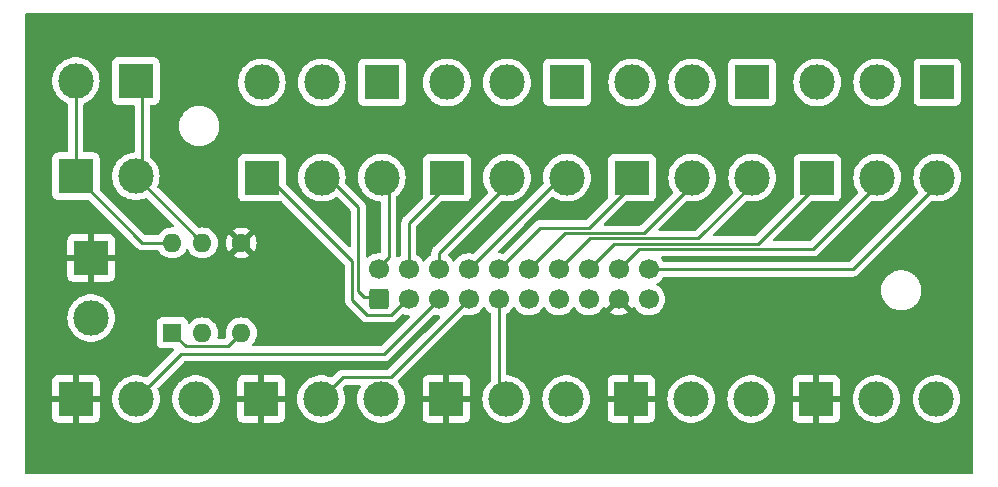
<source format=gbr>
%TF.GenerationSoftware,KiCad,Pcbnew,7.0.6*%
%TF.CreationDate,2023-09-19T17:15:07+08:00*%
%TF.ProjectId,ControlPanel_IO_Breakout,436f6e74-726f-46c5-9061-6e656c5f494f,0*%
%TF.SameCoordinates,Original*%
%TF.FileFunction,Copper,L1,Top*%
%TF.FilePolarity,Positive*%
%FSLAX46Y46*%
G04 Gerber Fmt 4.6, Leading zero omitted, Abs format (unit mm)*
G04 Created by KiCad (PCBNEW 7.0.6) date 2023-09-19 17:15:07*
%MOMM*%
%LPD*%
G01*
G04 APERTURE LIST*
G04 Aperture macros list*
%AMRoundRect*
0 Rectangle with rounded corners*
0 $1 Rounding radius*
0 $2 $3 $4 $5 $6 $7 $8 $9 X,Y pos of 4 corners*
0 Add a 4 corners polygon primitive as box body*
4,1,4,$2,$3,$4,$5,$6,$7,$8,$9,$2,$3,0*
0 Add four circle primitives for the rounded corners*
1,1,$1+$1,$2,$3*
1,1,$1+$1,$4,$5*
1,1,$1+$1,$6,$7*
1,1,$1+$1,$8,$9*
0 Add four rect primitives between the rounded corners*
20,1,$1+$1,$2,$3,$4,$5,0*
20,1,$1+$1,$4,$5,$6,$7,0*
20,1,$1+$1,$6,$7,$8,$9,0*
20,1,$1+$1,$8,$9,$2,$3,0*%
G04 Aperture macros list end*
%TA.AperFunction,ComponentPad*%
%ADD10RoundRect,0.250000X0.600000X-0.600000X0.600000X0.600000X-0.600000X0.600000X-0.600000X-0.600000X0*%
%TD*%
%TA.AperFunction,ComponentPad*%
%ADD11C,1.700000*%
%TD*%
%TA.AperFunction,ComponentPad*%
%ADD12R,3.000000X3.000000*%
%TD*%
%TA.AperFunction,ComponentPad*%
%ADD13C,3.000000*%
%TD*%
%TA.AperFunction,ComponentPad*%
%ADD14C,1.600000*%
%TD*%
%TA.AperFunction,ComponentPad*%
%ADD15O,1.600000X1.600000*%
%TD*%
%TA.AperFunction,ComponentPad*%
%ADD16R,1.600000X1.600000*%
%TD*%
%TA.AperFunction,Conductor*%
%ADD17C,0.250000*%
%TD*%
G04 APERTURE END LIST*
D10*
%TO.P,J11,1,Pin_1*%
%TO.N,/SW_P2*%
X7608501Y-52305800D03*
D11*
%TO.P,J11,2,Pin_2*%
%TO.N,/SW_P1*%
X7608501Y-49765800D03*
%TO.P,J11,3,Pin_3*%
%TO.N,/SW_P3*%
X10148501Y-52305800D03*
%TO.P,J11,4,Pin_4*%
%TO.N,/SW_R4*%
X10148501Y-49765800D03*
%TO.P,J11,5,Pin_5*%
%TO.N,/VR_1*%
X12688501Y-52305800D03*
%TO.P,J11,6,Pin_6*%
%TO.N,/SW_R3*%
X12688501Y-49765800D03*
%TO.P,J11,7,Pin_7*%
%TO.N,/VR_2*%
X15228501Y-52305800D03*
%TO.P,J11,8,Pin_8*%
%TO.N,/SW_R2*%
X15228501Y-49765800D03*
%TO.P,J11,9,Pin_9*%
%TO.N,/VR_3*%
X17768501Y-52305800D03*
%TO.P,J11,10,Pin_10*%
%TO.N,/SW_R1*%
X17768501Y-49765800D03*
%TO.P,J11,11,Pin_11*%
%TO.N,/VR_4*%
X20308501Y-52305800D03*
%TO.P,J11,12,Pin_12*%
%TO.N,/SW_T5*%
X20308501Y-49765800D03*
%TO.P,J11,13,Pin_13*%
%TO.N,/VR_5*%
X22848501Y-52305800D03*
%TO.P,J11,14,Pin_14*%
%TO.N,/SW_T4*%
X22848501Y-49765800D03*
%TO.P,J11,15,Pin_15*%
%TO.N,unconnected-(J11-Pin_15-Pad15)*%
X25388501Y-52305800D03*
%TO.P,J11,16,Pin_16*%
%TO.N,/SW_T3*%
X25388501Y-49765800D03*
%TO.P,J11,17,Pin_17*%
%TO.N,/5V*%
X27928501Y-52305800D03*
%TO.P,J11,18,Pin_18*%
%TO.N,/SW_T2*%
X27928501Y-49765800D03*
%TO.P,J11,19,Pin_19*%
%TO.N,/GND*%
X30468501Y-52305800D03*
%TO.P,J11,20,Pin_20*%
%TO.N,/SW_T1*%
X30468501Y-49765800D03*
%TD*%
D12*
%TO.P,J17,1,Pin_1*%
%TO.N,/5V*%
X-18037099Y-60751299D03*
D13*
%TO.P,J17,2,Pin_2*%
%TO.N,/VR_1*%
X-12957099Y-60751299D03*
%TO.P,J17,3,Pin_3*%
%TO.N,/GND*%
X-7877099Y-60751299D03*
%TD*%
D12*
%TO.P,J2,1,Pin_1*%
%TO.N,/GND*%
X39210100Y-33951301D03*
D13*
%TO.P,J2,2,Pin_2*%
X34130100Y-33951301D03*
%TO.P,J2,3,Pin_3*%
X29050100Y-33951301D03*
%TD*%
D12*
%TO.P,J7,1,Pin_1*%
%TO.N,/SW_R4*%
X13378301Y-42015300D03*
D13*
%TO.P,J7,2,Pin_2*%
%TO.N,/SW_R3*%
X18458301Y-42015300D03*
%TO.P,J7,3,Pin_3*%
%TO.N,/SW_R2*%
X23538301Y-42015300D03*
%TD*%
D12*
%TO.P,J8,1,Pin_1*%
%TO.N,/SW_P3*%
X-2291300Y-42015300D03*
D13*
%TO.P,J8,2,Pin_2*%
%TO.N,/SW_P2*%
X2788700Y-42015300D03*
%TO.P,J8,3,Pin_3*%
%TO.N,/SW_P1*%
X7868700Y-42015300D03*
%TD*%
D12*
%TO.P,J12,1,Pin_1*%
%TO.N,/5V*%
X-16757100Y-48813299D03*
D13*
%TO.P,J12,2,Pin_2*%
%TO.N,/GND*%
X-16757100Y-53893299D03*
%TD*%
D12*
%TO.P,J6,1,Pin_1*%
%TO.N,/SW_R1*%
X29050100Y-42015300D03*
D13*
%TO.P,J6,2,Pin_2*%
%TO.N,/SW_T5*%
X34130100Y-42015300D03*
%TO.P,J6,3,Pin_3*%
%TO.N,/SW_T4*%
X39210100Y-42015300D03*
%TD*%
D12*
%TO.P,J1,1,Pin_1*%
%TO.N,/GND*%
X54886300Y-33951301D03*
D13*
%TO.P,J1,2,Pin_2*%
X49806300Y-33951301D03*
%TO.P,J1,3,Pin_3*%
X44726300Y-33951301D03*
%TD*%
D12*
%TO.P,J4,1,Pin_1*%
%TO.N,/GND*%
X7868700Y-33951301D03*
D13*
%TO.P,J4,2,Pin_2*%
X2788700Y-33951301D03*
%TO.P,J4,3,Pin_3*%
X-2291300Y-33951301D03*
%TD*%
D12*
%TO.P,J13,1,Pin_1*%
%TO.N,/5V*%
X44654501Y-60751300D03*
D13*
%TO.P,J13,2,Pin_2*%
%TO.N,/VR_5*%
X49734501Y-60751300D03*
%TO.P,J13,3,Pin_3*%
%TO.N,/GND*%
X54814501Y-60751300D03*
%TD*%
D12*
%TO.P,J9,1,Pin_1*%
%TO.N,/SW_PC_OUT*%
X-12967099Y-33827300D03*
D13*
%TO.P,J9,2,Pin_2*%
%TO.N,/SW_PC_IN*%
X-18047099Y-33827300D03*
%TD*%
D12*
%TO.P,J16,1,Pin_1*%
%TO.N,/5V*%
X-2365300Y-60751300D03*
D13*
%TO.P,J16,2,Pin_2*%
%TO.N,/VR_2*%
X2714700Y-60751300D03*
%TO.P,J16,3,Pin_3*%
%TO.N,/GND*%
X7794700Y-60751300D03*
%TD*%
D12*
%TO.P,J14,1,Pin_1*%
%TO.N,/5V*%
X28978301Y-60751300D03*
D13*
%TO.P,J14,2,Pin_2*%
%TO.N,/VR_4*%
X34058301Y-60751300D03*
%TO.P,J14,3,Pin_3*%
%TO.N,/GND*%
X39138301Y-60751300D03*
%TD*%
%TO.P,J10,2,Pin_2*%
%TO.N,/SW_PC_OUT*%
X-12967100Y-41891299D03*
D12*
%TO.P,J10,1,Pin_1*%
%TO.N,/SW_PC_IN*%
X-18047100Y-41891299D03*
%TD*%
%TO.P,J15,1,Pin_1*%
%TO.N,/5V*%
X13306500Y-60751300D03*
D13*
%TO.P,J15,2,Pin_2*%
%TO.N,/VR_3*%
X18386500Y-60751300D03*
%TO.P,J15,3,Pin_3*%
%TO.N,/GND*%
X23466500Y-60751300D03*
%TD*%
D12*
%TO.P,J3,1,Pin_1*%
%TO.N,/GND*%
X23538300Y-33951301D03*
D13*
%TO.P,J3,2,Pin_2*%
X18458300Y-33951301D03*
%TO.P,J3,3,Pin_3*%
X13378300Y-33951301D03*
%TD*%
D12*
%TO.P,J5,1,Pin_1*%
%TO.N,/SW_T3*%
X44726300Y-42015300D03*
D13*
%TO.P,J5,2,Pin_2*%
%TO.N,/SW_T2*%
X49806300Y-42015300D03*
%TO.P,J5,3,Pin_3*%
%TO.N,/SW_T1*%
X54886300Y-42015300D03*
%TD*%
D14*
%TO.P,R1,1*%
%TO.N,/5V*%
X-4041700Y-47543300D03*
D15*
%TO.P,R1,2*%
%TO.N,Net-(R1-Pad2)*%
X-4041700Y-55163300D03*
%TD*%
%TO.P,U1,4*%
%TO.N,/SW_PC_IN*%
X-9883700Y-47533299D03*
%TO.P,U1,3*%
%TO.N,/SW_PC_OUT*%
X-7343700Y-47533299D03*
%TO.P,U1,2*%
%TO.N,/SW_T5*%
X-7343700Y-55153299D03*
D16*
%TO.P,U1,1*%
%TO.N,Net-(R1-Pad2)*%
X-9883700Y-55153299D03*
%TD*%
D17*
%TO.N,/SW_P3*%
X6626300Y-53639301D02*
X8615000Y-53639301D01*
X5356301Y-52369300D02*
X6626300Y-53639301D01*
X-1713299Y-42015300D02*
X5356300Y-49084901D01*
X5356300Y-49084901D02*
X5356301Y-52369300D01*
X8615000Y-53639301D02*
X10148500Y-52105801D01*
%TO.N,Net-(R1-Pad2)*%
X-8758699Y-56278301D02*
X-9883700Y-55153299D01*
X-5156700Y-56278301D02*
X-8758699Y-56278301D01*
X-4041700Y-55163300D02*
X-5156700Y-56278301D01*
%TO.N,/SW_PC_OUT*%
X-7343699Y-47514701D02*
X-7343699Y-47533301D01*
X-12967100Y-41891299D02*
X-7343699Y-47514701D01*
%TO.N,/SW_PC_IN*%
X-12405099Y-47533301D02*
X-9883700Y-47533301D01*
X-18047100Y-41891299D02*
X-12405099Y-47533301D01*
X-18047099Y-33827300D02*
X-18047100Y-41891299D01*
%TO.N,/SW_T1*%
X47713800Y-49765799D02*
X30468500Y-49765799D01*
X55464301Y-42015300D02*
X47713800Y-49765799D01*
%TO.N,/SW_T2*%
X44348300Y-48051301D02*
X29643000Y-48051301D01*
X29643000Y-48051301D02*
X27928500Y-49765799D01*
X50384301Y-42015300D02*
X44348300Y-48051301D01*
%TO.N,/SW_T3*%
X39718300Y-47601299D02*
X27553000Y-47601299D01*
X45304301Y-42015300D02*
X39718300Y-47601299D01*
X27553000Y-47601299D02*
X25388500Y-49765799D01*
%TO.N,/SW_T4*%
X25463000Y-47151299D02*
X22848500Y-49765799D01*
X34652100Y-47151299D02*
X25463000Y-47151299D01*
X39788101Y-42015300D02*
X34652100Y-47151299D01*
%TO.N,/SW_T5*%
X30022101Y-46701299D02*
X23373001Y-46701300D01*
X34708100Y-42015300D02*
X30022101Y-46701299D01*
X23373001Y-46701300D02*
X20308500Y-49765799D01*
%TO.N,/SW_R1*%
X21283000Y-46251299D02*
X17768501Y-49765800D01*
X29628101Y-42015299D02*
X25392100Y-46251299D01*
X25392100Y-46251299D02*
X21283000Y-46251299D01*
%TO.N,/SW_R2*%
X22979001Y-42015300D02*
X15228500Y-49765799D01*
%TO.N,/SW_R3*%
X19036301Y-42015300D02*
X12688502Y-48363100D01*
X12688502Y-48363100D02*
X12688501Y-49765800D01*
%TO.N,/VR_1*%
X8053000Y-56941301D02*
X12688500Y-52305800D01*
X-12957099Y-60751299D02*
X-9147100Y-56941301D01*
X-9147100Y-56941301D02*
X8053000Y-56941301D01*
%TO.N,/VR_2*%
X8608000Y-58926299D02*
X15228500Y-52305801D01*
X4539700Y-58926300D02*
X8608000Y-58926299D01*
X2714701Y-60751299D02*
X4539700Y-58926300D01*
%TO.N,/VR_3*%
X17768501Y-60133301D02*
X17768500Y-52305801D01*
X18386500Y-60751300D02*
X17768501Y-60133301D01*
%TO.N,/SW_P2*%
X6362800Y-52105801D02*
X7608501Y-52105801D01*
X5864300Y-51607299D02*
X6362800Y-52105801D01*
X5864301Y-44512900D02*
X5864300Y-51607299D01*
X3366701Y-42015300D02*
X5864301Y-44512900D01*
%TO.N,/SW_R4*%
X10148500Y-45823099D02*
X10148500Y-49565799D01*
X13956300Y-42015300D02*
X10148500Y-45823099D01*
%TO.N,/SW_P1*%
X8446700Y-48727601D02*
X7608501Y-49565800D01*
X8446701Y-42015300D02*
X8446700Y-48727601D01*
%TO.N,/SW_PC_OUT*%
X-12423699Y-33951301D02*
X-12423699Y-41980700D01*
%TD*%
%TA.AperFunction,Conductor*%
%TO.N,/5V*%
G36*
X57876839Y-28107084D02*
G01*
X57922594Y-28159888D01*
X57933800Y-28211399D01*
X57933800Y-66976801D01*
X57914115Y-67043840D01*
X57861311Y-67089595D01*
X57809800Y-67100801D01*
X-22205200Y-67100801D01*
X-22272239Y-67081116D01*
X-22317994Y-67028312D01*
X-22329200Y-66976801D01*
X-22329200Y-62299126D01*
X-20037099Y-62299126D01*
X-20037098Y-62299143D01*
X-20030697Y-62358671D01*
X-20030695Y-62358678D01*
X-19980453Y-62493385D01*
X-19980449Y-62493392D01*
X-19894289Y-62608486D01*
X-19894286Y-62608489D01*
X-19779192Y-62694649D01*
X-19779185Y-62694653D01*
X-19644478Y-62744895D01*
X-19644471Y-62744897D01*
X-19584943Y-62751298D01*
X-19584927Y-62751299D01*
X-18287099Y-62751299D01*
X-18287099Y-61473101D01*
X-18125930Y-61511299D01*
X-17992832Y-61511299D01*
X-17860638Y-61495848D01*
X-17787099Y-61469081D01*
X-17787099Y-62751299D01*
X-16489271Y-62751299D01*
X-16489254Y-62751298D01*
X-16429726Y-62744897D01*
X-16429719Y-62744895D01*
X-16295012Y-62694653D01*
X-16295005Y-62694649D01*
X-16179911Y-62608489D01*
X-16179908Y-62608486D01*
X-16093748Y-62493392D01*
X-16093744Y-62493385D01*
X-16043502Y-62358678D01*
X-16043500Y-62358671D01*
X-16037099Y-62299143D01*
X-16037099Y-61001299D01*
X-17318616Y-61001299D01*
X-17283550Y-60884170D01*
X-17275811Y-60751299D01*
X-14970292Y-60751299D01*
X-14951541Y-61025429D01*
X-14929003Y-61133886D01*
X-14895640Y-61294440D01*
X-14895638Y-61294445D01*
X-14895637Y-61294452D01*
X-14803622Y-61553357D01*
X-14677210Y-61797322D01*
X-14518756Y-62021801D01*
X-14331210Y-62222613D01*
X-14118068Y-62396017D01*
X-13883299Y-62538783D01*
X-13883297Y-62538784D01*
X-13835824Y-62559404D01*
X-13631276Y-62648252D01*
X-13366695Y-62722384D01*
X-13123832Y-62755765D01*
X-13094485Y-62759799D01*
X-13094484Y-62759799D01*
X-12819713Y-62759799D01*
X-12786819Y-62755277D01*
X-12547503Y-62722384D01*
X-12282922Y-62648252D01*
X-12235447Y-62627630D01*
X-12030900Y-62538784D01*
X-11796133Y-62396019D01*
X-11796132Y-62396018D01*
X-11796130Y-62396017D01*
X-11582988Y-62222613D01*
X-11395442Y-62021801D01*
X-11395439Y-62021798D01*
X-11236992Y-61797329D01*
X-11236988Y-61797323D01*
X-11110575Y-61553355D01*
X-11018562Y-61294457D01*
X-11018557Y-61294440D01*
X-10962657Y-61025431D01*
X-10962656Y-61025429D01*
X-10943906Y-60751299D01*
X-9890292Y-60751299D01*
X-9871541Y-61025429D01*
X-9849003Y-61133886D01*
X-9815640Y-61294440D01*
X-9815638Y-61294445D01*
X-9815637Y-61294452D01*
X-9723622Y-61553357D01*
X-9597210Y-61797322D01*
X-9438756Y-62021801D01*
X-9251210Y-62222613D01*
X-9038068Y-62396017D01*
X-8803299Y-62538783D01*
X-8803297Y-62538784D01*
X-8755824Y-62559404D01*
X-8551276Y-62648252D01*
X-8286695Y-62722384D01*
X-8043832Y-62755765D01*
X-8014485Y-62759799D01*
X-8014484Y-62759799D01*
X-7739713Y-62759799D01*
X-7706819Y-62755277D01*
X-7467503Y-62722384D01*
X-7202922Y-62648252D01*
X-7155447Y-62627630D01*
X-6950900Y-62538784D01*
X-6716133Y-62396019D01*
X-6716132Y-62396018D01*
X-6716130Y-62396017D01*
X-6597036Y-62299127D01*
X-4365300Y-62299127D01*
X-4365299Y-62299144D01*
X-4358898Y-62358672D01*
X-4358896Y-62358679D01*
X-4308654Y-62493386D01*
X-4308650Y-62493393D01*
X-4222490Y-62608487D01*
X-4222487Y-62608490D01*
X-4107393Y-62694650D01*
X-4107386Y-62694654D01*
X-3972679Y-62744896D01*
X-3972672Y-62744898D01*
X-3913144Y-62751299D01*
X-3913128Y-62751300D01*
X-2615300Y-62751300D01*
X-2615300Y-61473102D01*
X-2454131Y-61511300D01*
X-2321033Y-61511300D01*
X-2188839Y-61495849D01*
X-2115300Y-61469082D01*
X-2115300Y-62751300D01*
X-817472Y-62751300D01*
X-817455Y-62751299D01*
X-757927Y-62744898D01*
X-757920Y-62744896D01*
X-623213Y-62694654D01*
X-623206Y-62694650D01*
X-508112Y-62608490D01*
X-508109Y-62608487D01*
X-421949Y-62493393D01*
X-421945Y-62493386D01*
X-371703Y-62358679D01*
X-371701Y-62358672D01*
X-365300Y-62299144D01*
X-365300Y-61001300D01*
X-1646817Y-61001300D01*
X-1611751Y-60884171D01*
X-1601421Y-60706809D01*
X-1632271Y-60531846D01*
X-1645447Y-60501300D01*
X-365300Y-60501300D01*
X-365300Y-59203455D01*
X-371701Y-59143927D01*
X-371703Y-59143920D01*
X-421945Y-59009213D01*
X-421949Y-59009206D01*
X-508109Y-58894112D01*
X-508112Y-58894109D01*
X-623206Y-58807949D01*
X-623213Y-58807945D01*
X-757920Y-58757703D01*
X-757927Y-58757701D01*
X-817455Y-58751300D01*
X-2115300Y-58751300D01*
X-2115300Y-60029497D01*
X-2276469Y-59991300D01*
X-2409567Y-59991300D01*
X-2541761Y-60006751D01*
X-2615300Y-60033517D01*
X-2615300Y-58751300D01*
X-3913144Y-58751300D01*
X-3972672Y-58757701D01*
X-3972679Y-58757703D01*
X-4107386Y-58807945D01*
X-4107393Y-58807949D01*
X-4222487Y-58894109D01*
X-4222490Y-58894112D01*
X-4308650Y-59009206D01*
X-4308654Y-59009213D01*
X-4358896Y-59143920D01*
X-4358898Y-59143927D01*
X-4365299Y-59203455D01*
X-4365300Y-59203472D01*
X-4365300Y-60501300D01*
X-3083783Y-60501300D01*
X-3118849Y-60618429D01*
X-3129179Y-60795791D01*
X-3098329Y-60970754D01*
X-3085153Y-61001300D01*
X-4365300Y-61001300D01*
X-4365300Y-62299127D01*
X-6597036Y-62299127D01*
X-6502988Y-62222613D01*
X-6315442Y-62021801D01*
X-6315439Y-62021798D01*
X-6156992Y-61797329D01*
X-6156988Y-61797323D01*
X-6030575Y-61553355D01*
X-5938562Y-61294457D01*
X-5938557Y-61294440D01*
X-5882657Y-61025431D01*
X-5882656Y-61025429D01*
X-5863906Y-60751299D01*
X-5882656Y-60477168D01*
X-5882657Y-60477166D01*
X-5938557Y-60208157D01*
X-5938562Y-60208140D01*
X-6030575Y-59949242D01*
X-6156988Y-59705274D01*
X-6156992Y-59705268D01*
X-6315439Y-59480799D01*
X-6502991Y-59279982D01*
X-6716133Y-59106578D01*
X-6950900Y-58963813D01*
X-7202920Y-58854346D01*
X-7467496Y-58780215D01*
X-7467503Y-58780214D01*
X-7739713Y-58742799D01*
X-7739714Y-58742799D01*
X-8014484Y-58742799D01*
X-8014485Y-58742799D01*
X-8150589Y-58761506D01*
X-8286695Y-58780214D01*
X-8286696Y-58780214D01*
X-8286701Y-58780215D01*
X-8551277Y-58854346D01*
X-8803297Y-58963813D01*
X-9038064Y-59106578D01*
X-9038065Y-59106579D01*
X-9038068Y-59106581D01*
X-9251210Y-59279985D01*
X-9324025Y-59357951D01*
X-9438758Y-59480799D01*
X-9597205Y-59705268D01*
X-9597209Y-59705274D01*
X-9597210Y-59705276D01*
X-9723622Y-59949241D01*
X-9744061Y-60006751D01*
X-9815635Y-60208140D01*
X-9815640Y-60208157D01*
X-9833555Y-60294370D01*
X-9871541Y-60477169D01*
X-9890292Y-60751299D01*
X-10943906Y-60751299D01*
X-10962656Y-60477168D01*
X-10962657Y-60477166D01*
X-11018557Y-60208157D01*
X-11018562Y-60208140D01*
X-11110574Y-59949245D01*
X-11110578Y-59949235D01*
X-11119536Y-59931946D01*
X-11132898Y-59863366D01*
X-11107061Y-59798449D01*
X-11097117Y-59787222D01*
X-8921015Y-57611120D01*
X-8859692Y-57577635D01*
X-8833334Y-57574801D01*
X7969366Y-57574801D01*
X7985113Y-57576539D01*
X7985139Y-57576269D01*
X7992905Y-57577002D01*
X7992909Y-57577003D01*
X8062958Y-57574801D01*
X8092856Y-57574801D01*
X8092857Y-57574801D01*
X8094222Y-57574628D01*
X8099862Y-57573915D01*
X8105685Y-57573457D01*
X8152890Y-57571974D01*
X8172482Y-57566281D01*
X8191540Y-57562333D01*
X8211797Y-57559775D01*
X8255722Y-57542382D01*
X8261232Y-57540496D01*
X8306593Y-57527319D01*
X8324165Y-57516926D01*
X8341632Y-57508369D01*
X8360617Y-57500853D01*
X8398826Y-57473091D01*
X8403704Y-57469886D01*
X8444362Y-57445843D01*
X8458799Y-57431405D01*
X8473594Y-57418770D01*
X8476750Y-57416476D01*
X8490107Y-57406773D01*
X8520224Y-57370366D01*
X8524136Y-57366067D01*
X12231509Y-53658693D01*
X12292830Y-53625210D01*
X12349640Y-53626173D01*
X12353854Y-53627240D01*
X12353866Y-53627244D01*
X12575932Y-53664300D01*
X12674733Y-53664300D01*
X12741772Y-53683985D01*
X12787527Y-53736789D01*
X12797471Y-53805947D01*
X12768446Y-53869503D01*
X12762415Y-53875979D01*
X11485097Y-55153297D01*
X8381913Y-58256480D01*
X8320590Y-58289965D01*
X8294232Y-58292799D01*
X4623320Y-58292799D01*
X4607574Y-58291061D01*
X4607549Y-58291333D01*
X4599795Y-58290599D01*
X4599791Y-58290599D01*
X4599786Y-58290599D01*
X4599785Y-58290599D01*
X4529759Y-58292799D01*
X4499843Y-58292799D01*
X4492837Y-58293684D01*
X4487018Y-58294142D01*
X4439811Y-58295626D01*
X4439808Y-58295627D01*
X4420205Y-58301322D01*
X4401159Y-58305266D01*
X4380903Y-58307826D01*
X4380901Y-58307826D01*
X4380899Y-58307827D01*
X4336982Y-58325214D01*
X4331456Y-58327106D01*
X4286106Y-58340282D01*
X4268533Y-58350674D01*
X4251070Y-58359229D01*
X4232085Y-58366746D01*
X4232083Y-58366747D01*
X4193879Y-58394504D01*
X4188996Y-58397712D01*
X4148337Y-58421758D01*
X4133896Y-58436198D01*
X4119108Y-58448827D01*
X4102597Y-58460823D01*
X4102592Y-58460828D01*
X4072490Y-58497214D01*
X4068558Y-58501536D01*
X3676438Y-58893655D01*
X3615115Y-58927140D01*
X3545423Y-58922156D01*
X3539356Y-58919708D01*
X3388881Y-58854348D01*
X3124302Y-58780216D01*
X3124297Y-58780215D01*
X3124296Y-58780215D01*
X2960504Y-58757702D01*
X2852086Y-58742800D01*
X2852085Y-58742800D01*
X2577315Y-58742800D01*
X2577314Y-58742800D01*
X2305104Y-58780215D01*
X2305097Y-58780216D01*
X2040521Y-58854347D01*
X1788501Y-58963814D01*
X1553734Y-59106579D01*
X1340592Y-59279983D01*
X1153040Y-59480800D01*
X994593Y-59705269D01*
X994589Y-59705275D01*
X868176Y-59949243D01*
X776163Y-60208141D01*
X776158Y-60208158D01*
X720258Y-60477167D01*
X720257Y-60477169D01*
X701507Y-60751299D01*
X720257Y-61025430D01*
X720258Y-61025432D01*
X776158Y-61294441D01*
X776163Y-61294458D01*
X868176Y-61553356D01*
X994589Y-61797324D01*
X994593Y-61797330D01*
X1153040Y-62021799D01*
X1153042Y-62021801D01*
X1153043Y-62021802D01*
X1340589Y-62222614D01*
X1553731Y-62396018D01*
X1553733Y-62396019D01*
X1553734Y-62396020D01*
X1788501Y-62538785D01*
X1948970Y-62608486D01*
X2040523Y-62648253D01*
X2305104Y-62722385D01*
X2544420Y-62755278D01*
X2577314Y-62759800D01*
X2577315Y-62759800D01*
X2852086Y-62759800D01*
X2881433Y-62755766D01*
X3124296Y-62722385D01*
X3388877Y-62648253D01*
X3640900Y-62538784D01*
X3875669Y-62396018D01*
X4088811Y-62222614D01*
X4276357Y-62021802D01*
X4434811Y-61797323D01*
X4561223Y-61553358D01*
X4653238Y-61294453D01*
X4653239Y-61294446D01*
X4653241Y-61294441D01*
X4703128Y-61054369D01*
X4709142Y-61025430D01*
X4727893Y-60751300D01*
X4709142Y-60477170D01*
X4686604Y-60368712D01*
X4653241Y-60208158D01*
X4653237Y-60208146D01*
X4653236Y-60208140D01*
X4561223Y-59949241D01*
X4552265Y-59931954D01*
X4538898Y-59863375D01*
X4564730Y-59798456D01*
X4574672Y-59787230D01*
X4765784Y-59596117D01*
X4827108Y-59562633D01*
X4853466Y-59559799D01*
X5946060Y-59559799D01*
X6013099Y-59579484D01*
X6058854Y-59632288D01*
X6068798Y-59701446D01*
X6056158Y-59740847D01*
X5948176Y-59949243D01*
X5856163Y-60208141D01*
X5856158Y-60208158D01*
X5800258Y-60477167D01*
X5800257Y-60477169D01*
X5781507Y-60751300D01*
X5800257Y-61025430D01*
X5800258Y-61025432D01*
X5856158Y-61294441D01*
X5856163Y-61294458D01*
X5948176Y-61553356D01*
X6074589Y-61797324D01*
X6074593Y-61797330D01*
X6233040Y-62021799D01*
X6233042Y-62021801D01*
X6233043Y-62021802D01*
X6420589Y-62222614D01*
X6633731Y-62396018D01*
X6633733Y-62396019D01*
X6633734Y-62396020D01*
X6868501Y-62538785D01*
X7028970Y-62608486D01*
X7120523Y-62648253D01*
X7385104Y-62722385D01*
X7624420Y-62755278D01*
X7657314Y-62759800D01*
X7657315Y-62759800D01*
X7932086Y-62759800D01*
X7961433Y-62755766D01*
X8204296Y-62722385D01*
X8468877Y-62648253D01*
X8720900Y-62538784D01*
X8955669Y-62396018D01*
X9074743Y-62299144D01*
X11306500Y-62299144D01*
X11312901Y-62358672D01*
X11312903Y-62358679D01*
X11363145Y-62493386D01*
X11363149Y-62493393D01*
X11449309Y-62608487D01*
X11449312Y-62608490D01*
X11564406Y-62694650D01*
X11564413Y-62694654D01*
X11699120Y-62744896D01*
X11699127Y-62744898D01*
X11758655Y-62751299D01*
X11758672Y-62751300D01*
X13056500Y-62751300D01*
X13056500Y-61473102D01*
X13217669Y-61511300D01*
X13350767Y-61511300D01*
X13482961Y-61495849D01*
X13556500Y-61469082D01*
X13556500Y-62751300D01*
X14854328Y-62751300D01*
X14854344Y-62751299D01*
X14913872Y-62744898D01*
X14913879Y-62744896D01*
X15048586Y-62694654D01*
X15048593Y-62694650D01*
X15163687Y-62608490D01*
X15163690Y-62608487D01*
X15249850Y-62493393D01*
X15249854Y-62493386D01*
X15300096Y-62358679D01*
X15300098Y-62358672D01*
X15306499Y-62299144D01*
X15306500Y-62299127D01*
X15306500Y-61001300D01*
X14024983Y-61001300D01*
X14060049Y-60884171D01*
X14070379Y-60706809D01*
X14039529Y-60531846D01*
X14026353Y-60501300D01*
X15306500Y-60501300D01*
X15306500Y-59203472D01*
X15306499Y-59203455D01*
X15300098Y-59143927D01*
X15300096Y-59143920D01*
X15249854Y-59009213D01*
X15249850Y-59009206D01*
X15163690Y-58894112D01*
X15163687Y-58894109D01*
X15048593Y-58807949D01*
X15048586Y-58807945D01*
X14913879Y-58757703D01*
X14913872Y-58757701D01*
X14854344Y-58751300D01*
X13556500Y-58751300D01*
X13556500Y-60029497D01*
X13395331Y-59991300D01*
X13262233Y-59991300D01*
X13130039Y-60006751D01*
X13056500Y-60033517D01*
X13056500Y-58751300D01*
X11758655Y-58751300D01*
X11699127Y-58757701D01*
X11699120Y-58757703D01*
X11564413Y-58807945D01*
X11564406Y-58807949D01*
X11449312Y-58894109D01*
X11449309Y-58894112D01*
X11363149Y-59009206D01*
X11363145Y-59009213D01*
X11312903Y-59143920D01*
X11312901Y-59143927D01*
X11306500Y-59203455D01*
X11306500Y-60501300D01*
X12588017Y-60501300D01*
X12552951Y-60618429D01*
X12542621Y-60795791D01*
X12573471Y-60970754D01*
X12586647Y-61001300D01*
X11306500Y-61001300D01*
X11306500Y-62299144D01*
X9074743Y-62299144D01*
X9168811Y-62222614D01*
X9356357Y-62021802D01*
X9514811Y-61797323D01*
X9641223Y-61553358D01*
X9733238Y-61294453D01*
X9733239Y-61294446D01*
X9733241Y-61294441D01*
X9783128Y-61054369D01*
X9789142Y-61025430D01*
X9807893Y-60751300D01*
X9789142Y-60477170D01*
X9766604Y-60368712D01*
X9733241Y-60208158D01*
X9733237Y-60208146D01*
X9641223Y-59949242D01*
X9514811Y-59705277D01*
X9514810Y-59705275D01*
X9514806Y-59705269D01*
X9356359Y-59480800D01*
X9241626Y-59357951D01*
X9210254Y-59295520D01*
X9217614Y-59226039D01*
X9244565Y-59185636D01*
X14771509Y-53658693D01*
X14832830Y-53625210D01*
X14889640Y-53626173D01*
X14893854Y-53627240D01*
X14893866Y-53627244D01*
X15115932Y-53664300D01*
X15341070Y-53664300D01*
X15563136Y-53627244D01*
X15776075Y-53554142D01*
X15974077Y-53446989D01*
X16151741Y-53308706D01*
X16274553Y-53175298D01*
X16304216Y-53143076D01*
X16304218Y-53143073D01*
X16304223Y-53143068D01*
X16394694Y-53004591D01*
X16447837Y-52959237D01*
X16517068Y-52949813D01*
X16580404Y-52979315D01*
X16602308Y-53004593D01*
X16692777Y-53143065D01*
X16692785Y-53143076D01*
X16845257Y-53308702D01*
X16845261Y-53308706D01*
X17022925Y-53446989D01*
X17070018Y-53472474D01*
X17119607Y-53521691D01*
X17135000Y-53581528D01*
X17135000Y-59121261D01*
X17115315Y-59188300D01*
X17089256Y-59217448D01*
X17012389Y-59279986D01*
X17012384Y-59279991D01*
X17012381Y-59279994D01*
X16824840Y-59480800D01*
X16666393Y-59705269D01*
X16666389Y-59705275D01*
X16539976Y-59949243D01*
X16447963Y-60208141D01*
X16447958Y-60208158D01*
X16392058Y-60477167D01*
X16392057Y-60477169D01*
X16373307Y-60751300D01*
X16392057Y-61025430D01*
X16392058Y-61025432D01*
X16447958Y-61294441D01*
X16447963Y-61294458D01*
X16539976Y-61553356D01*
X16666389Y-61797324D01*
X16666393Y-61797330D01*
X16824840Y-62021799D01*
X16824842Y-62021801D01*
X16824843Y-62021802D01*
X17012389Y-62222614D01*
X17225531Y-62396018D01*
X17225533Y-62396019D01*
X17225534Y-62396020D01*
X17460301Y-62538785D01*
X17620770Y-62608486D01*
X17712323Y-62648253D01*
X17976904Y-62722385D01*
X18216220Y-62755278D01*
X18249114Y-62759800D01*
X18249115Y-62759800D01*
X18523886Y-62759800D01*
X18553233Y-62755766D01*
X18796096Y-62722385D01*
X19060677Y-62648253D01*
X19312700Y-62538784D01*
X19547469Y-62396018D01*
X19760611Y-62222614D01*
X19948157Y-62021802D01*
X20106611Y-61797323D01*
X20233023Y-61553358D01*
X20325038Y-61294453D01*
X20325039Y-61294446D01*
X20325041Y-61294441D01*
X20374928Y-61054369D01*
X20380942Y-61025430D01*
X20399693Y-60751300D01*
X21453307Y-60751300D01*
X21472057Y-61025430D01*
X21472058Y-61025432D01*
X21527958Y-61294441D01*
X21527963Y-61294458D01*
X21619976Y-61553356D01*
X21746389Y-61797324D01*
X21746393Y-61797330D01*
X21904840Y-62021799D01*
X21904842Y-62021801D01*
X21904843Y-62021802D01*
X22092389Y-62222614D01*
X22305531Y-62396018D01*
X22305533Y-62396019D01*
X22305534Y-62396020D01*
X22540301Y-62538785D01*
X22700770Y-62608486D01*
X22792323Y-62648253D01*
X23056904Y-62722385D01*
X23296220Y-62755278D01*
X23329114Y-62759800D01*
X23329115Y-62759800D01*
X23603886Y-62759800D01*
X23633233Y-62755766D01*
X23876096Y-62722385D01*
X24140677Y-62648253D01*
X24392700Y-62538784D01*
X24627469Y-62396018D01*
X24746564Y-62299127D01*
X26978300Y-62299127D01*
X26978301Y-62299144D01*
X26984702Y-62358672D01*
X26984704Y-62358679D01*
X27034946Y-62493386D01*
X27034950Y-62493393D01*
X27121110Y-62608487D01*
X27121113Y-62608490D01*
X27236207Y-62694650D01*
X27236214Y-62694654D01*
X27370921Y-62744896D01*
X27370928Y-62744898D01*
X27430456Y-62751299D01*
X27430473Y-62751300D01*
X28728301Y-62751300D01*
X28728301Y-61473102D01*
X28889470Y-61511300D01*
X29022568Y-61511300D01*
X29154762Y-61495849D01*
X29228301Y-61469082D01*
X29228301Y-62751300D01*
X30526129Y-62751300D01*
X30526145Y-62751299D01*
X30585673Y-62744898D01*
X30585680Y-62744896D01*
X30720387Y-62694654D01*
X30720394Y-62694650D01*
X30835488Y-62608490D01*
X30835491Y-62608487D01*
X30921651Y-62493393D01*
X30921655Y-62493386D01*
X30971897Y-62358679D01*
X30971899Y-62358672D01*
X30978300Y-62299144D01*
X30978300Y-62299127D01*
X30978301Y-61001300D01*
X29696784Y-61001300D01*
X29731850Y-60884171D01*
X29739589Y-60751300D01*
X32045108Y-60751300D01*
X32063858Y-61025430D01*
X32063859Y-61025432D01*
X32119759Y-61294441D01*
X32119764Y-61294458D01*
X32211777Y-61553356D01*
X32338190Y-61797324D01*
X32338194Y-61797330D01*
X32496641Y-62021799D01*
X32496643Y-62021801D01*
X32496644Y-62021802D01*
X32684190Y-62222614D01*
X32897332Y-62396018D01*
X32897334Y-62396019D01*
X32897335Y-62396020D01*
X33132102Y-62538785D01*
X33292571Y-62608486D01*
X33384124Y-62648253D01*
X33648705Y-62722385D01*
X33888021Y-62755278D01*
X33920915Y-62759800D01*
X33920916Y-62759800D01*
X34195687Y-62759800D01*
X34225034Y-62755766D01*
X34467897Y-62722385D01*
X34732478Y-62648253D01*
X34984501Y-62538784D01*
X35219270Y-62396018D01*
X35432412Y-62222614D01*
X35619958Y-62021802D01*
X35778412Y-61797323D01*
X35904824Y-61553358D01*
X35996839Y-61294453D01*
X35996840Y-61294446D01*
X35996842Y-61294441D01*
X36046729Y-61054369D01*
X36052743Y-61025430D01*
X36071494Y-60751300D01*
X37125108Y-60751300D01*
X37143858Y-61025430D01*
X37143859Y-61025432D01*
X37199759Y-61294441D01*
X37199764Y-61294458D01*
X37291777Y-61553356D01*
X37418190Y-61797324D01*
X37418194Y-61797330D01*
X37576641Y-62021799D01*
X37576643Y-62021801D01*
X37576644Y-62021802D01*
X37764190Y-62222614D01*
X37977332Y-62396018D01*
X37977334Y-62396019D01*
X37977335Y-62396020D01*
X38212102Y-62538785D01*
X38372571Y-62608486D01*
X38464124Y-62648253D01*
X38728705Y-62722385D01*
X38968021Y-62755278D01*
X39000915Y-62759800D01*
X39000916Y-62759800D01*
X39275687Y-62759800D01*
X39305034Y-62755766D01*
X39547897Y-62722385D01*
X39812478Y-62648253D01*
X40064501Y-62538784D01*
X40299270Y-62396018D01*
X40418344Y-62299144D01*
X42654501Y-62299144D01*
X42660902Y-62358672D01*
X42660904Y-62358679D01*
X42711146Y-62493386D01*
X42711150Y-62493393D01*
X42797310Y-62608487D01*
X42797313Y-62608490D01*
X42912407Y-62694650D01*
X42912414Y-62694654D01*
X43047121Y-62744896D01*
X43047128Y-62744898D01*
X43106656Y-62751299D01*
X43106673Y-62751300D01*
X44404501Y-62751300D01*
X44404501Y-61473102D01*
X44565670Y-61511300D01*
X44698768Y-61511300D01*
X44830962Y-61495849D01*
X44904501Y-61469082D01*
X44904501Y-62751300D01*
X46202329Y-62751300D01*
X46202345Y-62751299D01*
X46261873Y-62744898D01*
X46261880Y-62744896D01*
X46396587Y-62694654D01*
X46396594Y-62694650D01*
X46511688Y-62608490D01*
X46511691Y-62608487D01*
X46597851Y-62493393D01*
X46597855Y-62493386D01*
X46648097Y-62358679D01*
X46648099Y-62358672D01*
X46654500Y-62299144D01*
X46654501Y-62299127D01*
X46654501Y-61001300D01*
X45372984Y-61001300D01*
X45408050Y-60884171D01*
X45415789Y-60751300D01*
X47721308Y-60751300D01*
X47740058Y-61025430D01*
X47740059Y-61025432D01*
X47795959Y-61294441D01*
X47795964Y-61294458D01*
X47887977Y-61553356D01*
X48014390Y-61797324D01*
X48014394Y-61797330D01*
X48172841Y-62021799D01*
X48172843Y-62021801D01*
X48172844Y-62021802D01*
X48360390Y-62222614D01*
X48573532Y-62396018D01*
X48573534Y-62396019D01*
X48573535Y-62396020D01*
X48808302Y-62538785D01*
X48968771Y-62608486D01*
X49060324Y-62648253D01*
X49324905Y-62722385D01*
X49564221Y-62755278D01*
X49597115Y-62759800D01*
X49597116Y-62759800D01*
X49871887Y-62759800D01*
X49901234Y-62755766D01*
X50144097Y-62722385D01*
X50408678Y-62648253D01*
X50660701Y-62538784D01*
X50895470Y-62396018D01*
X51108612Y-62222614D01*
X51296158Y-62021802D01*
X51454612Y-61797323D01*
X51581024Y-61553358D01*
X51673039Y-61294453D01*
X51673040Y-61294446D01*
X51673042Y-61294441D01*
X51722929Y-61054369D01*
X51728943Y-61025430D01*
X51747694Y-60751300D01*
X52801308Y-60751300D01*
X52820058Y-61025430D01*
X52820059Y-61025432D01*
X52875959Y-61294441D01*
X52875964Y-61294458D01*
X52967977Y-61553356D01*
X53094390Y-61797324D01*
X53094394Y-61797330D01*
X53252841Y-62021799D01*
X53252843Y-62021801D01*
X53252844Y-62021802D01*
X53440390Y-62222614D01*
X53653532Y-62396018D01*
X53653534Y-62396019D01*
X53653535Y-62396020D01*
X53888302Y-62538785D01*
X54048771Y-62608486D01*
X54140324Y-62648253D01*
X54404905Y-62722385D01*
X54644221Y-62755278D01*
X54677115Y-62759800D01*
X54677116Y-62759800D01*
X54951887Y-62759800D01*
X54981234Y-62755766D01*
X55224097Y-62722385D01*
X55488678Y-62648253D01*
X55740701Y-62538784D01*
X55975470Y-62396018D01*
X56188612Y-62222614D01*
X56376158Y-62021802D01*
X56534612Y-61797323D01*
X56661024Y-61553358D01*
X56753039Y-61294453D01*
X56753040Y-61294446D01*
X56753042Y-61294441D01*
X56802929Y-61054369D01*
X56808943Y-61025430D01*
X56827694Y-60751300D01*
X56808943Y-60477170D01*
X56786405Y-60368712D01*
X56753042Y-60208158D01*
X56753038Y-60208146D01*
X56661024Y-59949242D01*
X56534612Y-59705277D01*
X56534611Y-59705275D01*
X56534607Y-59705269D01*
X56376160Y-59480800D01*
X56261426Y-59357951D01*
X56188612Y-59279986D01*
X55975470Y-59106582D01*
X55975468Y-59106581D01*
X55975466Y-59106579D01*
X55740699Y-58963814D01*
X55488679Y-58854347D01*
X55224103Y-58780216D01*
X55224098Y-58780215D01*
X55224097Y-58780215D01*
X55060305Y-58757702D01*
X54951887Y-58742800D01*
X54951886Y-58742800D01*
X54677116Y-58742800D01*
X54677115Y-58742800D01*
X54404905Y-58780215D01*
X54404898Y-58780216D01*
X54140322Y-58854347D01*
X53888302Y-58963814D01*
X53653535Y-59106579D01*
X53440393Y-59279983D01*
X53252841Y-59480800D01*
X53094394Y-59705269D01*
X53094390Y-59705275D01*
X52967977Y-59949243D01*
X52875964Y-60208141D01*
X52875959Y-60208158D01*
X52820059Y-60477167D01*
X52820058Y-60477169D01*
X52801308Y-60751300D01*
X51747694Y-60751300D01*
X51728943Y-60477170D01*
X51706405Y-60368712D01*
X51673042Y-60208158D01*
X51673038Y-60208146D01*
X51581024Y-59949242D01*
X51454612Y-59705277D01*
X51454611Y-59705275D01*
X51454607Y-59705269D01*
X51296160Y-59480800D01*
X51181426Y-59357951D01*
X51108612Y-59279986D01*
X50895470Y-59106582D01*
X50895468Y-59106581D01*
X50895466Y-59106579D01*
X50660699Y-58963814D01*
X50408679Y-58854347D01*
X50144103Y-58780216D01*
X50144098Y-58780215D01*
X50144097Y-58780215D01*
X49980305Y-58757702D01*
X49871887Y-58742800D01*
X49871886Y-58742800D01*
X49597116Y-58742800D01*
X49597115Y-58742800D01*
X49324905Y-58780215D01*
X49324898Y-58780216D01*
X49060322Y-58854347D01*
X48808302Y-58963814D01*
X48573535Y-59106579D01*
X48360393Y-59279983D01*
X48172841Y-59480800D01*
X48014394Y-59705269D01*
X48014390Y-59705275D01*
X47887977Y-59949243D01*
X47795964Y-60208141D01*
X47795959Y-60208158D01*
X47740059Y-60477167D01*
X47740058Y-60477169D01*
X47721308Y-60751300D01*
X45415789Y-60751300D01*
X45418380Y-60706809D01*
X45387530Y-60531846D01*
X45374354Y-60501300D01*
X46654501Y-60501300D01*
X46654501Y-59203472D01*
X46654500Y-59203455D01*
X46648099Y-59143927D01*
X46648097Y-59143920D01*
X46597855Y-59009213D01*
X46597851Y-59009206D01*
X46511691Y-58894112D01*
X46511688Y-58894109D01*
X46396594Y-58807949D01*
X46396587Y-58807945D01*
X46261880Y-58757703D01*
X46261873Y-58757701D01*
X46202345Y-58751300D01*
X44904501Y-58751300D01*
X44904501Y-60029497D01*
X44743332Y-59991300D01*
X44610234Y-59991300D01*
X44478040Y-60006751D01*
X44404501Y-60033517D01*
X44404501Y-58751300D01*
X43106656Y-58751300D01*
X43047128Y-58757701D01*
X43047121Y-58757703D01*
X42912414Y-58807945D01*
X42912407Y-58807949D01*
X42797313Y-58894109D01*
X42797310Y-58894112D01*
X42711150Y-59009206D01*
X42711146Y-59009213D01*
X42660904Y-59143920D01*
X42660902Y-59143927D01*
X42654501Y-59203455D01*
X42654501Y-60501300D01*
X43936018Y-60501300D01*
X43900952Y-60618429D01*
X43890622Y-60795791D01*
X43921472Y-60970754D01*
X43934648Y-61001300D01*
X42654501Y-61001300D01*
X42654501Y-62299144D01*
X40418344Y-62299144D01*
X40512412Y-62222614D01*
X40699958Y-62021802D01*
X40858412Y-61797323D01*
X40984824Y-61553358D01*
X41076839Y-61294453D01*
X41076840Y-61294446D01*
X41076842Y-61294441D01*
X41126729Y-61054369D01*
X41132743Y-61025430D01*
X41151494Y-60751300D01*
X41132743Y-60477170D01*
X41110205Y-60368712D01*
X41076842Y-60208158D01*
X41076838Y-60208146D01*
X40984824Y-59949242D01*
X40858412Y-59705277D01*
X40858411Y-59705275D01*
X40858407Y-59705269D01*
X40699960Y-59480800D01*
X40585226Y-59357951D01*
X40512412Y-59279986D01*
X40299270Y-59106582D01*
X40299268Y-59106581D01*
X40299266Y-59106579D01*
X40064499Y-58963814D01*
X39812479Y-58854347D01*
X39547903Y-58780216D01*
X39547898Y-58780215D01*
X39547897Y-58780215D01*
X39384105Y-58757702D01*
X39275687Y-58742800D01*
X39275686Y-58742800D01*
X39000916Y-58742800D01*
X39000915Y-58742800D01*
X38728705Y-58780215D01*
X38728698Y-58780216D01*
X38464122Y-58854347D01*
X38212102Y-58963814D01*
X37977335Y-59106579D01*
X37764193Y-59279983D01*
X37576641Y-59480800D01*
X37418194Y-59705269D01*
X37418190Y-59705275D01*
X37291777Y-59949243D01*
X37199764Y-60208141D01*
X37199759Y-60208158D01*
X37143859Y-60477167D01*
X37143858Y-60477169D01*
X37125108Y-60751300D01*
X36071494Y-60751300D01*
X36052743Y-60477170D01*
X36030205Y-60368712D01*
X35996842Y-60208158D01*
X35996838Y-60208146D01*
X35904824Y-59949242D01*
X35778412Y-59705277D01*
X35778411Y-59705275D01*
X35778407Y-59705269D01*
X35619960Y-59480800D01*
X35505226Y-59357951D01*
X35432412Y-59279986D01*
X35219270Y-59106582D01*
X35219268Y-59106581D01*
X35219266Y-59106579D01*
X34984499Y-58963814D01*
X34732479Y-58854347D01*
X34467903Y-58780216D01*
X34467898Y-58780215D01*
X34467897Y-58780215D01*
X34304105Y-58757702D01*
X34195687Y-58742800D01*
X34195686Y-58742800D01*
X33920916Y-58742800D01*
X33920915Y-58742800D01*
X33648705Y-58780215D01*
X33648698Y-58780216D01*
X33384122Y-58854347D01*
X33132102Y-58963814D01*
X32897335Y-59106579D01*
X32684193Y-59279983D01*
X32496641Y-59480800D01*
X32338194Y-59705269D01*
X32338190Y-59705275D01*
X32211777Y-59949243D01*
X32119764Y-60208141D01*
X32119759Y-60208158D01*
X32063859Y-60477167D01*
X32063858Y-60477169D01*
X32045108Y-60751300D01*
X29739589Y-60751300D01*
X29742180Y-60706809D01*
X29711330Y-60531846D01*
X29698154Y-60501300D01*
X30978300Y-60501300D01*
X30978300Y-59203455D01*
X30971899Y-59143927D01*
X30971897Y-59143920D01*
X30921655Y-59009213D01*
X30921651Y-59009206D01*
X30835491Y-58894112D01*
X30835488Y-58894109D01*
X30720394Y-58807949D01*
X30720387Y-58807945D01*
X30585680Y-58757703D01*
X30585673Y-58757701D01*
X30526145Y-58751300D01*
X29228301Y-58751300D01*
X29228301Y-60029497D01*
X29067132Y-59991300D01*
X28934034Y-59991300D01*
X28801840Y-60006751D01*
X28728301Y-60033517D01*
X28728301Y-58751300D01*
X27430456Y-58751300D01*
X27370928Y-58757701D01*
X27370921Y-58757703D01*
X27236214Y-58807945D01*
X27236207Y-58807949D01*
X27121113Y-58894109D01*
X27121110Y-58894112D01*
X27034950Y-59009206D01*
X27034946Y-59009213D01*
X26984704Y-59143920D01*
X26984702Y-59143927D01*
X26978301Y-59203455D01*
X26978300Y-59203472D01*
X26978300Y-60501300D01*
X28259818Y-60501300D01*
X28224752Y-60618429D01*
X28214422Y-60795791D01*
X28245272Y-60970754D01*
X28258448Y-61001300D01*
X26978301Y-61001300D01*
X26978300Y-62299127D01*
X24746564Y-62299127D01*
X24840611Y-62222614D01*
X25028157Y-62021802D01*
X25186611Y-61797323D01*
X25313023Y-61553358D01*
X25405038Y-61294453D01*
X25405039Y-61294446D01*
X25405041Y-61294441D01*
X25454928Y-61054369D01*
X25460942Y-61025430D01*
X25479693Y-60751300D01*
X25460942Y-60477170D01*
X25438404Y-60368712D01*
X25405041Y-60208158D01*
X25405037Y-60208146D01*
X25313023Y-59949242D01*
X25186611Y-59705277D01*
X25186610Y-59705275D01*
X25186606Y-59705269D01*
X25028159Y-59480800D01*
X24913425Y-59357951D01*
X24840611Y-59279986D01*
X24627469Y-59106582D01*
X24627467Y-59106581D01*
X24627465Y-59106579D01*
X24392698Y-58963814D01*
X24140678Y-58854347D01*
X23876102Y-58780216D01*
X23876097Y-58780215D01*
X23876096Y-58780215D01*
X23712304Y-58757702D01*
X23603886Y-58742800D01*
X23603885Y-58742800D01*
X23329115Y-58742800D01*
X23329114Y-58742800D01*
X23056904Y-58780215D01*
X23056897Y-58780216D01*
X22792321Y-58854347D01*
X22540301Y-58963814D01*
X22305534Y-59106579D01*
X22092392Y-59279983D01*
X21904840Y-59480800D01*
X21746393Y-59705269D01*
X21746389Y-59705275D01*
X21619976Y-59949243D01*
X21527963Y-60208141D01*
X21527958Y-60208158D01*
X21472058Y-60477167D01*
X21472057Y-60477169D01*
X21453307Y-60751300D01*
X20399693Y-60751300D01*
X20380942Y-60477170D01*
X20358404Y-60368712D01*
X20325041Y-60208158D01*
X20325037Y-60208146D01*
X20233023Y-59949242D01*
X20106611Y-59705277D01*
X20106610Y-59705275D01*
X20106606Y-59705269D01*
X19948159Y-59480800D01*
X19833425Y-59357951D01*
X19760611Y-59279986D01*
X19547469Y-59106582D01*
X19547467Y-59106581D01*
X19547465Y-59106579D01*
X19312698Y-58963814D01*
X19060678Y-58854347D01*
X18796102Y-58780216D01*
X18796097Y-58780215D01*
X18796096Y-58780215D01*
X18758679Y-58775072D01*
X18523884Y-58742799D01*
X18519661Y-58742511D01*
X18519766Y-58740969D01*
X18458962Y-58723115D01*
X18413207Y-58670311D01*
X18402001Y-58618800D01*
X18402000Y-53581529D01*
X18421685Y-53514490D01*
X18466983Y-53472474D01*
X18514077Y-53446989D01*
X18691741Y-53308706D01*
X18814553Y-53175298D01*
X18844216Y-53143076D01*
X18844218Y-53143073D01*
X18844223Y-53143068D01*
X18934694Y-53004591D01*
X18987837Y-52959237D01*
X19057068Y-52949813D01*
X19120404Y-52979315D01*
X19142308Y-53004593D01*
X19232777Y-53143065D01*
X19232785Y-53143076D01*
X19385257Y-53308702D01*
X19385262Y-53308707D01*
X19438517Y-53350157D01*
X19562925Y-53446989D01*
X19562926Y-53446989D01*
X19562928Y-53446991D01*
X19675000Y-53507641D01*
X19760927Y-53554142D01*
X19973866Y-53627244D01*
X20195932Y-53664300D01*
X20421070Y-53664300D01*
X20643136Y-53627244D01*
X20856075Y-53554142D01*
X21054077Y-53446989D01*
X21231741Y-53308706D01*
X21354553Y-53175298D01*
X21384216Y-53143076D01*
X21384218Y-53143073D01*
X21384223Y-53143068D01*
X21474694Y-53004591D01*
X21527837Y-52959237D01*
X21597068Y-52949813D01*
X21660404Y-52979315D01*
X21682308Y-53004593D01*
X21772777Y-53143065D01*
X21772785Y-53143076D01*
X21925257Y-53308702D01*
X21925262Y-53308707D01*
X21978517Y-53350157D01*
X22102925Y-53446989D01*
X22102926Y-53446989D01*
X22102928Y-53446991D01*
X22215000Y-53507641D01*
X22300927Y-53554142D01*
X22513866Y-53627244D01*
X22735932Y-53664300D01*
X22961070Y-53664300D01*
X23183136Y-53627244D01*
X23396075Y-53554142D01*
X23594077Y-53446989D01*
X23771741Y-53308706D01*
X23894553Y-53175298D01*
X23924216Y-53143076D01*
X23924218Y-53143073D01*
X23924223Y-53143068D01*
X24014694Y-53004591D01*
X24067837Y-52959237D01*
X24137068Y-52949813D01*
X24200404Y-52979315D01*
X24222308Y-53004593D01*
X24312777Y-53143065D01*
X24312785Y-53143076D01*
X24465257Y-53308702D01*
X24465262Y-53308707D01*
X24518517Y-53350157D01*
X24642925Y-53446989D01*
X24642926Y-53446989D01*
X24642928Y-53446991D01*
X24755000Y-53507641D01*
X24840927Y-53554142D01*
X25053866Y-53627244D01*
X25275932Y-53664300D01*
X25501070Y-53664300D01*
X25723136Y-53627244D01*
X25936075Y-53554142D01*
X26134077Y-53446989D01*
X26311741Y-53308706D01*
X26434553Y-53175298D01*
X26464216Y-53143076D01*
X26464216Y-53143075D01*
X26464223Y-53143068D01*
X26558250Y-52999147D01*
X26611395Y-52953794D01*
X26680626Y-52944370D01*
X26743962Y-52973872D01*
X26763632Y-52995849D01*
X26813573Y-53067173D01*
X26813574Y-53067173D01*
X27445423Y-52435323D01*
X27469008Y-52515644D01*
X27546740Y-52636598D01*
X27655401Y-52730752D01*
X27786186Y-52790480D01*
X27795967Y-52791886D01*
X27167126Y-53420725D01*
X27250922Y-53479399D01*
X27465008Y-53579229D01*
X27465017Y-53579233D01*
X27693174Y-53640367D01*
X27693185Y-53640369D01*
X27928499Y-53660957D01*
X27928503Y-53660957D01*
X28163816Y-53640369D01*
X28163827Y-53640367D01*
X28391984Y-53579233D01*
X28391993Y-53579229D01*
X28606079Y-53479400D01*
X28606083Y-53479398D01*
X28689874Y-53420726D01*
X28689874Y-53420725D01*
X28061034Y-52791886D01*
X28070816Y-52790480D01*
X28201601Y-52730752D01*
X28310262Y-52636598D01*
X28387994Y-52515644D01*
X28411577Y-52435324D01*
X29043426Y-53067173D01*
X29093369Y-52995848D01*
X29147946Y-52952224D01*
X29217445Y-52945031D01*
X29279799Y-52976553D01*
X29298752Y-52999150D01*
X29392777Y-53143065D01*
X29392785Y-53143076D01*
X29545257Y-53308702D01*
X29545262Y-53308707D01*
X29598517Y-53350157D01*
X29722925Y-53446989D01*
X29722926Y-53446989D01*
X29722928Y-53446991D01*
X29835000Y-53507641D01*
X29920927Y-53554142D01*
X30133866Y-53627244D01*
X30355932Y-53664300D01*
X30581070Y-53664300D01*
X30803136Y-53627244D01*
X31016075Y-53554142D01*
X31214077Y-53446989D01*
X31391741Y-53308706D01*
X31514553Y-53175298D01*
X31544216Y-53143076D01*
X31544218Y-53143073D01*
X31544223Y-53143068D01*
X31667361Y-52954591D01*
X31757797Y-52748416D01*
X31813065Y-52530168D01*
X31813066Y-52530159D01*
X31831657Y-52305805D01*
X31831657Y-52305794D01*
X31813066Y-52081440D01*
X31813064Y-52081428D01*
X31770057Y-51911597D01*
X31757797Y-51863184D01*
X31667361Y-51657009D01*
X31660159Y-51645986D01*
X31599608Y-51553305D01*
X50133032Y-51553305D01*
X50152077Y-51807455D01*
X50208403Y-52054237D01*
X50208792Y-52055938D01*
X50301907Y-52293189D01*
X50429341Y-52513913D01*
X50588250Y-52713178D01*
X50775083Y-52886533D01*
X50985666Y-53030106D01*
X50985671Y-53030108D01*
X50985672Y-53030109D01*
X50985673Y-53030110D01*
X51144237Y-53106470D01*
X51215296Y-53140690D01*
X51257457Y-53153695D01*
X51264549Y-53156367D01*
X51299545Y-53172056D01*
X51327489Y-53175297D01*
X51458842Y-53215814D01*
X51458847Y-53215814D01*
X51458848Y-53215815D01*
X51506409Y-53222984D01*
X51513601Y-53224508D01*
X51516281Y-53225243D01*
X51516346Y-53225259D01*
X51550536Y-53234653D01*
X51577547Y-53233706D01*
X51710865Y-53253801D01*
X51710871Y-53253801D01*
X51762992Y-53253801D01*
X51770110Y-53254211D01*
X51807989Y-53258585D01*
X51833490Y-53253801D01*
X51965731Y-53253801D01*
X51965735Y-53253801D01*
X52021335Y-53245420D01*
X52028185Y-53244775D01*
X52033549Y-53244570D01*
X52033550Y-53244569D01*
X52035609Y-53244491D01*
X52035649Y-53244488D01*
X52066091Y-53243320D01*
X52089498Y-53235146D01*
X52217758Y-53215814D01*
X52275469Y-53198012D01*
X52281863Y-53196411D01*
X52289431Y-53194944D01*
X52289438Y-53194941D01*
X52290132Y-53194807D01*
X52290141Y-53194805D01*
X52318845Y-53189238D01*
X52339735Y-53178188D01*
X52461304Y-53140690D01*
X52519479Y-53112674D01*
X52525382Y-53110200D01*
X52534740Y-53106840D01*
X52534747Y-53106836D01*
X52535736Y-53106481D01*
X52535764Y-53106470D01*
X52560460Y-53097600D01*
X52578502Y-53084250D01*
X52690934Y-53030106D01*
X52747809Y-52991329D01*
X52753070Y-52988115D01*
X52763725Y-52982322D01*
X52763731Y-52982317D01*
X52785377Y-52970547D01*
X52800358Y-52955501D01*
X52901517Y-52886533D01*
X52955165Y-52836755D01*
X52959728Y-52832915D01*
X52988457Y-52811016D01*
X53000283Y-52794891D01*
X53088350Y-52713178D01*
X53136745Y-52652492D01*
X53140529Y-52648175D01*
X53151761Y-52636505D01*
X53151764Y-52636500D01*
X53152417Y-52635822D01*
X53152424Y-52635815D01*
X53165052Y-52622693D01*
X53173734Y-52606109D01*
X53247259Y-52513913D01*
X53249136Y-52510663D01*
X53273081Y-52469187D01*
X53288333Y-52442768D01*
X53291293Y-52438132D01*
X53301719Y-52423311D01*
X53301723Y-52423302D01*
X53311113Y-52409953D01*
X53316784Y-52393490D01*
X53374693Y-52293189D01*
X53406403Y-52212391D01*
X53408552Y-52207542D01*
X53417374Y-52189725D01*
X53417375Y-52189721D01*
X53419438Y-52185555D01*
X53420150Y-52184782D01*
X53421600Y-52181186D01*
X53422137Y-52180099D01*
X53423657Y-52169870D01*
X53425386Y-52164406D01*
X53426759Y-52160526D01*
X53467808Y-52055938D01*
X53488187Y-51966647D01*
X53489514Y-51961773D01*
X53495776Y-51941986D01*
X53497019Y-51940137D01*
X53498508Y-51933770D01*
X53498468Y-51925359D01*
X53499928Y-51915902D01*
X53500747Y-51911622D01*
X53524522Y-51807458D01*
X53531736Y-51711190D01*
X53532277Y-51706471D01*
X53535806Y-51683626D01*
X53535806Y-51683624D01*
X53535949Y-51682699D01*
X53535953Y-51682661D01*
X53536957Y-51676157D01*
X53536064Y-51670149D01*
X53536079Y-51669313D01*
X53536461Y-51649359D01*
X53536618Y-51646036D01*
X53543568Y-51553301D01*
X53536618Y-51460569D01*
X53536461Y-51457239D01*
X53536063Y-51436451D01*
X53537227Y-51432190D01*
X53535994Y-51424206D01*
X53535991Y-51424179D01*
X53535806Y-51422982D01*
X53535806Y-51422976D01*
X53532278Y-51400139D01*
X53531735Y-51395403D01*
X53524522Y-51299144D01*
X53500742Y-51194958D01*
X53499928Y-51190695D01*
X53498466Y-51181235D01*
X53499227Y-51175526D01*
X53498892Y-51174466D01*
X53497306Y-51167690D01*
X53495776Y-51164615D01*
X53495253Y-51162965D01*
X53489508Y-51144810D01*
X53488189Y-51139962D01*
X53467808Y-51050664D01*
X53426762Y-50946083D01*
X53425385Y-50942191D01*
X53423660Y-50936742D01*
X53423505Y-50929262D01*
X53421599Y-50925413D01*
X53420373Y-50922373D01*
X53419439Y-50921047D01*
X53417363Y-50916855D01*
X53408535Y-50899026D01*
X53406407Y-50894219D01*
X53374693Y-50813413D01*
X53316785Y-50713113D01*
X53313673Y-50700284D01*
X53291306Y-50668486D01*
X53288322Y-50663813D01*
X53247259Y-50592689D01*
X53173734Y-50500492D01*
X53168371Y-50487356D01*
X53140540Y-50458438D01*
X53136745Y-50454109D01*
X53088350Y-50393424D01*
X53085497Y-50390777D01*
X53000283Y-50311709D01*
X52992524Y-50298683D01*
X52959727Y-50273684D01*
X52955139Y-50269822D01*
X52901517Y-50220068D01*
X52800358Y-50151099D01*
X52790147Y-50138647D01*
X52753095Y-50118498D01*
X52747785Y-50115256D01*
X52690934Y-50076496D01*
X52690930Y-50076494D01*
X52578501Y-50022351D01*
X52565862Y-50010940D01*
X52537137Y-50000623D01*
X52537128Y-50000619D01*
X52525394Y-49996404D01*
X52519452Y-49993914D01*
X52461306Y-49965913D01*
X52461304Y-49965912D01*
X52410477Y-49950234D01*
X52339734Y-49928412D01*
X52324784Y-49918514D01*
X52281897Y-49910196D01*
X52275422Y-49908575D01*
X52217763Y-49890789D01*
X52217759Y-49890788D01*
X52217758Y-49890788D01*
X52170176Y-49883616D01*
X52089491Y-49871454D01*
X52072424Y-49863519D01*
X52028174Y-49861824D01*
X52021301Y-49861176D01*
X51965740Y-49852801D01*
X51965735Y-49852801D01*
X51833492Y-49852801D01*
X51814608Y-49847256D01*
X51779478Y-49851311D01*
X51779471Y-49851312D01*
X51770119Y-49852392D01*
X51763004Y-49852801D01*
X51710857Y-49852801D01*
X51577533Y-49872897D01*
X51557204Y-49870115D01*
X51517373Y-49881059D01*
X51517338Y-49881068D01*
X51513574Y-49882100D01*
X51506415Y-49883616D01*
X51458839Y-49890788D01*
X51327413Y-49931327D01*
X51306072Y-49931617D01*
X51264547Y-49950234D01*
X51257453Y-49952907D01*
X51215298Y-49965910D01*
X50985670Y-50076493D01*
X50775082Y-50220069D01*
X50588252Y-50393422D01*
X50588250Y-50393424D01*
X50429341Y-50592689D01*
X50301908Y-50813410D01*
X50208792Y-51050663D01*
X50208790Y-51050670D01*
X50152077Y-51299146D01*
X50133032Y-51553296D01*
X50133032Y-51553305D01*
X31599608Y-51553305D01*
X31544224Y-51468534D01*
X31544216Y-51468523D01*
X31391744Y-51302897D01*
X31391739Y-51302892D01*
X31228100Y-51175526D01*
X31214077Y-51164611D01*
X31214076Y-51164610D01*
X31214073Y-51164608D01*
X31177569Y-51144853D01*
X31127979Y-51095633D01*
X31112872Y-51027416D01*
X31137043Y-50961861D01*
X31177570Y-50926745D01*
X31214077Y-50906989D01*
X31391741Y-50768706D01*
X31544223Y-50603068D01*
X31640649Y-50455475D01*
X31693795Y-50410121D01*
X31744457Y-50399299D01*
X47630169Y-50399299D01*
X47645920Y-50401038D01*
X47645946Y-50400767D01*
X47653702Y-50401499D01*
X47653709Y-50401501D01*
X47723772Y-50399299D01*
X47753656Y-50399299D01*
X47760658Y-50398413D01*
X47766474Y-50397956D01*
X47813689Y-50396473D01*
X47833300Y-50390774D01*
X47852334Y-50386832D01*
X47872597Y-50384273D01*
X47916512Y-50366884D01*
X47922037Y-50364994D01*
X47931720Y-50362180D01*
X47967393Y-50351817D01*
X47984965Y-50341424D01*
X48002432Y-50332867D01*
X48021417Y-50325351D01*
X48059626Y-50297589D01*
X48064504Y-50294384D01*
X48105162Y-50270341D01*
X48119602Y-50255899D01*
X48134392Y-50243269D01*
X48150907Y-50231271D01*
X48181022Y-50194866D01*
X48184926Y-50190575D01*
X54356999Y-44018503D01*
X54418320Y-43985020D01*
X54472330Y-43986620D01*
X54472559Y-43985523D01*
X54476689Y-43986380D01*
X54476704Y-43986385D01*
X54695513Y-44016460D01*
X54748914Y-44023800D01*
X54748915Y-44023800D01*
X55023686Y-44023800D01*
X55062201Y-44018506D01*
X55295896Y-43986385D01*
X55560477Y-43912253D01*
X55812500Y-43802784D01*
X56047269Y-43660018D01*
X56260411Y-43486614D01*
X56447957Y-43285802D01*
X56606411Y-43061323D01*
X56732823Y-42817358D01*
X56824838Y-42558453D01*
X56824839Y-42558446D01*
X56824841Y-42558441D01*
X56851972Y-42427880D01*
X56880742Y-42289430D01*
X56899493Y-42015300D01*
X56880742Y-41741170D01*
X56854974Y-41617168D01*
X56824841Y-41472158D01*
X56824836Y-41472141D01*
X56732823Y-41213243D01*
X56732823Y-41213242D01*
X56606411Y-40969277D01*
X56606410Y-40969275D01*
X56606406Y-40969269D01*
X56447959Y-40744800D01*
X56429331Y-40724855D01*
X56260411Y-40543986D01*
X56047269Y-40370582D01*
X56047267Y-40370581D01*
X56047265Y-40370579D01*
X55812498Y-40227814D01*
X55560478Y-40118347D01*
X55295902Y-40044216D01*
X55295897Y-40044215D01*
X55295896Y-40044215D01*
X55159790Y-40025507D01*
X55023686Y-40006800D01*
X55023685Y-40006800D01*
X54748915Y-40006800D01*
X54748914Y-40006800D01*
X54476704Y-40044215D01*
X54476697Y-40044216D01*
X54212121Y-40118347D01*
X53960101Y-40227814D01*
X53725334Y-40370579D01*
X53512192Y-40543983D01*
X53324640Y-40744800D01*
X53166193Y-40969269D01*
X53166189Y-40969275D01*
X53039776Y-41213243D01*
X52947763Y-41472141D01*
X52947758Y-41472158D01*
X52891858Y-41741167D01*
X52891857Y-41741169D01*
X52873107Y-42015300D01*
X52891857Y-42289430D01*
X52891858Y-42289432D01*
X52947758Y-42558441D01*
X52947763Y-42558458D01*
X53039776Y-42817356D01*
X53166189Y-43061323D01*
X53253340Y-43184788D01*
X53275919Y-43250909D01*
X53259166Y-43318740D01*
X53239717Y-43343977D01*
X47487714Y-49095980D01*
X47426391Y-49129465D01*
X47400033Y-49132299D01*
X31744456Y-49132299D01*
X31677417Y-49112614D01*
X31640648Y-49076121D01*
X31579201Y-48982070D01*
X31544223Y-48928532D01*
X31544220Y-48928529D01*
X31544216Y-48928523D01*
X31511315Y-48892784D01*
X31480392Y-48830130D01*
X31488252Y-48760704D01*
X31532399Y-48706548D01*
X31598816Y-48684857D01*
X31602544Y-48684801D01*
X44264666Y-48684801D01*
X44280413Y-48686539D01*
X44280439Y-48686269D01*
X44288205Y-48687002D01*
X44288209Y-48687003D01*
X44358258Y-48684801D01*
X44388156Y-48684801D01*
X44388157Y-48684801D01*
X44389522Y-48684628D01*
X44395162Y-48683915D01*
X44400985Y-48683457D01*
X44427008Y-48682639D01*
X44448190Y-48681974D01*
X44457981Y-48679128D01*
X44467781Y-48676281D01*
X44486838Y-48672333D01*
X44507097Y-48669775D01*
X44551021Y-48652383D01*
X44556521Y-48650500D01*
X44601893Y-48637319D01*
X44619465Y-48626926D01*
X44636932Y-48618369D01*
X44655917Y-48610853D01*
X44694126Y-48583091D01*
X44699004Y-48579886D01*
X44739662Y-48555843D01*
X44754102Y-48541401D01*
X44768892Y-48528771D01*
X44785407Y-48516773D01*
X44815522Y-48480368D01*
X44819426Y-48476077D01*
X49276999Y-44018504D01*
X49338320Y-43985021D01*
X49392318Y-43986618D01*
X49392546Y-43985521D01*
X49396690Y-43986381D01*
X49396704Y-43986385D01*
X49630399Y-44018506D01*
X49668914Y-44023800D01*
X49668915Y-44023800D01*
X49943686Y-44023800D01*
X49982201Y-44018506D01*
X50215896Y-43986385D01*
X50480477Y-43912253D01*
X50732500Y-43802784D01*
X50967269Y-43660018D01*
X51180411Y-43486614D01*
X51367957Y-43285802D01*
X51526411Y-43061323D01*
X51652823Y-42817358D01*
X51744838Y-42558453D01*
X51744839Y-42558446D01*
X51744841Y-42558441D01*
X51771972Y-42427880D01*
X51800742Y-42289430D01*
X51819493Y-42015300D01*
X51800742Y-41741170D01*
X51774974Y-41617168D01*
X51744841Y-41472158D01*
X51744836Y-41472141D01*
X51652823Y-41213243D01*
X51652823Y-41213242D01*
X51526411Y-40969277D01*
X51526410Y-40969275D01*
X51526406Y-40969269D01*
X51367959Y-40744800D01*
X51349331Y-40724855D01*
X51180411Y-40543986D01*
X50967269Y-40370582D01*
X50967267Y-40370581D01*
X50967265Y-40370579D01*
X50732498Y-40227814D01*
X50480478Y-40118347D01*
X50215902Y-40044216D01*
X50215897Y-40044215D01*
X50215896Y-40044215D01*
X50079790Y-40025507D01*
X49943686Y-40006800D01*
X49943685Y-40006800D01*
X49668915Y-40006800D01*
X49668914Y-40006800D01*
X49396704Y-40044215D01*
X49396697Y-40044216D01*
X49132121Y-40118347D01*
X48880101Y-40227814D01*
X48645334Y-40370579D01*
X48432192Y-40543983D01*
X48244640Y-40744800D01*
X48086193Y-40969269D01*
X48086189Y-40969275D01*
X47959776Y-41213243D01*
X47867763Y-41472141D01*
X47867758Y-41472158D01*
X47811858Y-41741167D01*
X47811857Y-41741169D01*
X47793107Y-42015300D01*
X47811857Y-42289430D01*
X47811858Y-42289432D01*
X47867758Y-42558441D01*
X47867763Y-42558458D01*
X47959776Y-42817356D01*
X48086189Y-43061323D01*
X48173340Y-43184788D01*
X48195919Y-43250909D01*
X48179166Y-43318740D01*
X48159717Y-43343977D01*
X44122214Y-47381482D01*
X44060891Y-47414967D01*
X44034533Y-47417801D01*
X41097064Y-47417801D01*
X41030025Y-47398116D01*
X40984270Y-47345312D01*
X40974326Y-47276154D01*
X41003351Y-47212598D01*
X41009383Y-47206120D01*
X41688399Y-46527105D01*
X44155385Y-44060119D01*
X44216709Y-44026634D01*
X44243067Y-44023800D01*
X46274938Y-44023800D01*
X46274954Y-44023799D01*
X46301992Y-44020891D01*
X46335501Y-44017289D01*
X46472504Y-43966189D01*
X46589561Y-43878561D01*
X46677189Y-43761504D01*
X46728289Y-43624501D01*
X46732892Y-43581690D01*
X46734799Y-43563954D01*
X46734800Y-43563937D01*
X46734800Y-40466662D01*
X46734799Y-40466645D01*
X46731457Y-40435570D01*
X46728289Y-40406099D01*
X46677189Y-40269096D01*
X46589561Y-40152039D01*
X46472504Y-40064411D01*
X46418360Y-40044216D01*
X46335503Y-40013311D01*
X46274954Y-40006800D01*
X46274938Y-40006800D01*
X43177662Y-40006800D01*
X43177645Y-40006800D01*
X43117097Y-40013311D01*
X43117095Y-40013311D01*
X42980095Y-40064411D01*
X42863039Y-40152039D01*
X42775411Y-40269095D01*
X42724311Y-40406095D01*
X42724311Y-40406097D01*
X42717800Y-40466645D01*
X42717800Y-43563954D01*
X42725140Y-43632212D01*
X42721940Y-43632556D01*
X42718955Y-43687612D01*
X42689725Y-43733968D01*
X39492214Y-46931480D01*
X39430891Y-46964965D01*
X39404533Y-46967799D01*
X36030866Y-46967799D01*
X35963827Y-46948114D01*
X35918072Y-46895310D01*
X35908128Y-46826152D01*
X35937153Y-46762596D01*
X35943185Y-46756118D01*
X36479502Y-46219801D01*
X38680800Y-44018504D01*
X38742121Y-43985021D01*
X38796117Y-43986620D01*
X38796346Y-43985521D01*
X38800490Y-43986381D01*
X38800504Y-43986385D01*
X39034199Y-44018506D01*
X39072714Y-44023800D01*
X39072715Y-44023800D01*
X39347486Y-44023800D01*
X39386001Y-44018506D01*
X39619696Y-43986385D01*
X39884277Y-43912253D01*
X40136300Y-43802784D01*
X40371069Y-43660018D01*
X40584211Y-43486614D01*
X40771757Y-43285802D01*
X40930211Y-43061323D01*
X41056623Y-42817358D01*
X41148638Y-42558453D01*
X41148639Y-42558446D01*
X41148641Y-42558441D01*
X41175772Y-42427880D01*
X41204542Y-42289430D01*
X41223293Y-42015300D01*
X41204542Y-41741170D01*
X41178774Y-41617168D01*
X41148641Y-41472158D01*
X41148636Y-41472141D01*
X41056623Y-41213243D01*
X41056623Y-41213242D01*
X40930211Y-40969277D01*
X40930210Y-40969275D01*
X40930206Y-40969269D01*
X40771759Y-40744800D01*
X40753131Y-40724855D01*
X40584211Y-40543986D01*
X40371069Y-40370582D01*
X40371067Y-40370581D01*
X40371065Y-40370579D01*
X40136298Y-40227814D01*
X39884278Y-40118347D01*
X39619702Y-40044216D01*
X39619697Y-40044215D01*
X39619696Y-40044215D01*
X39483590Y-40025507D01*
X39347486Y-40006800D01*
X39347485Y-40006800D01*
X39072715Y-40006800D01*
X39072714Y-40006800D01*
X38800504Y-40044215D01*
X38800497Y-40044216D01*
X38535921Y-40118347D01*
X38283901Y-40227814D01*
X38049134Y-40370579D01*
X37835992Y-40543983D01*
X37648440Y-40744800D01*
X37489993Y-40969269D01*
X37489989Y-40969275D01*
X37363576Y-41213243D01*
X37271563Y-41472141D01*
X37271558Y-41472158D01*
X37215658Y-41741167D01*
X37215657Y-41741169D01*
X37196907Y-42015300D01*
X37215657Y-42289430D01*
X37215658Y-42289432D01*
X37271558Y-42558441D01*
X37271563Y-42558458D01*
X37363576Y-42817356D01*
X37489989Y-43061323D01*
X37577140Y-43184788D01*
X37599719Y-43250909D01*
X37582966Y-43318740D01*
X37563517Y-43343977D01*
X34426014Y-46481480D01*
X34364691Y-46514965D01*
X34338333Y-46517799D01*
X31400867Y-46517799D01*
X31333828Y-46498114D01*
X31288073Y-46445310D01*
X31278129Y-46376152D01*
X31307154Y-46312596D01*
X31313186Y-46306118D01*
X31876240Y-45743064D01*
X33600799Y-44018503D01*
X33662120Y-43985020D01*
X33716130Y-43986620D01*
X33716359Y-43985523D01*
X33720489Y-43986380D01*
X33720504Y-43986385D01*
X33939313Y-44016460D01*
X33992714Y-44023800D01*
X33992715Y-44023800D01*
X34267486Y-44023800D01*
X34306001Y-44018506D01*
X34539696Y-43986385D01*
X34804277Y-43912253D01*
X35056300Y-43802784D01*
X35291069Y-43660018D01*
X35504211Y-43486614D01*
X35691757Y-43285802D01*
X35850211Y-43061323D01*
X35976623Y-42817358D01*
X36068638Y-42558453D01*
X36068639Y-42558446D01*
X36068641Y-42558441D01*
X36095772Y-42427880D01*
X36124542Y-42289430D01*
X36143293Y-42015300D01*
X36124542Y-41741170D01*
X36098774Y-41617168D01*
X36068641Y-41472158D01*
X36068636Y-41472141D01*
X35976623Y-41213243D01*
X35976623Y-41213242D01*
X35850211Y-40969277D01*
X35850210Y-40969275D01*
X35850206Y-40969269D01*
X35691759Y-40744800D01*
X35673131Y-40724855D01*
X35504211Y-40543986D01*
X35291069Y-40370582D01*
X35291067Y-40370581D01*
X35291065Y-40370579D01*
X35056298Y-40227814D01*
X34804278Y-40118347D01*
X34539702Y-40044216D01*
X34539697Y-40044215D01*
X34539696Y-40044215D01*
X34403590Y-40025507D01*
X34267486Y-40006800D01*
X34267485Y-40006800D01*
X33992715Y-40006800D01*
X33992714Y-40006800D01*
X33720504Y-40044215D01*
X33720497Y-40044216D01*
X33455921Y-40118347D01*
X33203901Y-40227814D01*
X32969134Y-40370579D01*
X32755992Y-40543983D01*
X32568440Y-40744800D01*
X32409993Y-40969269D01*
X32409989Y-40969275D01*
X32283576Y-41213243D01*
X32191563Y-41472141D01*
X32191558Y-41472158D01*
X32135658Y-41741167D01*
X32135657Y-41741169D01*
X32116907Y-42015300D01*
X32135657Y-42289430D01*
X32135658Y-42289432D01*
X32191558Y-42558441D01*
X32191563Y-42558458D01*
X32283576Y-42817356D01*
X32409989Y-43061324D01*
X32409993Y-43061330D01*
X32497139Y-43184788D01*
X32519718Y-43250909D01*
X32502964Y-43318740D01*
X32483516Y-43343977D01*
X29796014Y-46031480D01*
X29734691Y-46064965D01*
X29708333Y-46067799D01*
X26770865Y-46067799D01*
X26703826Y-46048114D01*
X26658071Y-45995310D01*
X26648127Y-45926152D01*
X26677152Y-45862596D01*
X26683184Y-45856118D01*
X26992648Y-45546655D01*
X28479184Y-44060119D01*
X28540508Y-44026634D01*
X28566866Y-44023800D01*
X30598738Y-44023800D01*
X30598754Y-44023799D01*
X30625792Y-44020891D01*
X30659301Y-44017289D01*
X30796304Y-43966189D01*
X30913361Y-43878561D01*
X31000989Y-43761504D01*
X31052089Y-43624501D01*
X31056692Y-43581690D01*
X31058599Y-43563954D01*
X31058600Y-43563937D01*
X31058600Y-40466662D01*
X31058599Y-40466645D01*
X31055257Y-40435570D01*
X31052089Y-40406099D01*
X31000989Y-40269096D01*
X30913361Y-40152039D01*
X30796304Y-40064411D01*
X30742160Y-40044216D01*
X30659303Y-40013311D01*
X30598754Y-40006800D01*
X30598738Y-40006800D01*
X27501462Y-40006800D01*
X27501445Y-40006800D01*
X27440897Y-40013311D01*
X27440895Y-40013311D01*
X27303895Y-40064411D01*
X27186839Y-40152039D01*
X27099211Y-40269095D01*
X27048111Y-40406095D01*
X27048111Y-40406097D01*
X27041600Y-40466645D01*
X27041600Y-43563954D01*
X27048940Y-43632212D01*
X27045734Y-43632556D01*
X27042766Y-43687579D01*
X27013525Y-43733967D01*
X25166014Y-45581480D01*
X25104691Y-45614965D01*
X25078333Y-45617799D01*
X21366631Y-45617799D01*
X21350879Y-45616059D01*
X21350854Y-45616331D01*
X21343092Y-45615597D01*
X21343091Y-45615597D01*
X21273028Y-45617799D01*
X21243144Y-45617799D01*
X21243141Y-45617799D01*
X21243129Y-45617800D01*
X21236137Y-45618683D01*
X21230320Y-45619140D01*
X21183111Y-45620624D01*
X21183109Y-45620625D01*
X21163496Y-45626322D01*
X21144459Y-45630264D01*
X21124208Y-45632823D01*
X21124202Y-45632825D01*
X21080299Y-45650206D01*
X21074775Y-45652097D01*
X21029406Y-45665280D01*
X21029401Y-45665282D01*
X21011827Y-45675675D01*
X20994362Y-45684231D01*
X20975387Y-45691744D01*
X20975385Y-45691745D01*
X20937176Y-45719505D01*
X20932294Y-45722711D01*
X20891635Y-45746757D01*
X20877201Y-45761192D01*
X20862411Y-45773825D01*
X20845892Y-45785827D01*
X20815785Y-45822219D01*
X20811853Y-45826541D01*
X18225490Y-48412903D01*
X18164167Y-48446388D01*
X18107369Y-48445428D01*
X18103133Y-48444355D01*
X17881070Y-48407300D01*
X17782265Y-48407300D01*
X17715226Y-48387615D01*
X17669471Y-48334811D01*
X17659527Y-48265653D01*
X17688552Y-48202097D01*
X17694584Y-48195619D01*
X19894893Y-45995310D01*
X22217218Y-43672984D01*
X22278539Y-43639501D01*
X22348231Y-43644485D01*
X22373653Y-43657912D01*
X22373712Y-43657817D01*
X22375294Y-43658779D01*
X22376426Y-43659377D01*
X22377319Y-43660008D01*
X22377332Y-43660018D01*
X22377345Y-43660026D01*
X22377348Y-43660028D01*
X22612102Y-43802785D01*
X22749314Y-43862384D01*
X22864124Y-43912253D01*
X23128705Y-43986385D01*
X23362400Y-44018506D01*
X23400915Y-44023800D01*
X23400916Y-44023800D01*
X23675687Y-44023800D01*
X23714202Y-44018506D01*
X23947897Y-43986385D01*
X24212478Y-43912253D01*
X24464501Y-43802784D01*
X24699270Y-43660018D01*
X24912412Y-43486614D01*
X25099958Y-43285802D01*
X25258412Y-43061323D01*
X25384824Y-42817358D01*
X25476839Y-42558453D01*
X25476840Y-42558446D01*
X25476842Y-42558441D01*
X25503973Y-42427880D01*
X25532743Y-42289430D01*
X25551494Y-42015300D01*
X25532743Y-41741170D01*
X25506975Y-41617168D01*
X25476842Y-41472158D01*
X25476837Y-41472141D01*
X25384824Y-41213243D01*
X25384824Y-41213242D01*
X25258412Y-40969277D01*
X25258411Y-40969275D01*
X25258407Y-40969269D01*
X25099960Y-40744800D01*
X25081332Y-40724855D01*
X24912412Y-40543986D01*
X24699270Y-40370582D01*
X24699268Y-40370581D01*
X24699266Y-40370579D01*
X24464499Y-40227814D01*
X24212479Y-40118347D01*
X23947903Y-40044216D01*
X23947898Y-40044215D01*
X23947897Y-40044215D01*
X23811791Y-40025507D01*
X23675687Y-40006800D01*
X23675686Y-40006800D01*
X23400916Y-40006800D01*
X23400915Y-40006800D01*
X23128705Y-40044215D01*
X23128698Y-40044216D01*
X22864122Y-40118347D01*
X22612102Y-40227814D01*
X22377335Y-40370579D01*
X22164193Y-40543983D01*
X21976641Y-40744800D01*
X21818194Y-40969269D01*
X21818190Y-40969275D01*
X21691777Y-41213243D01*
X21599764Y-41472141D01*
X21599759Y-41472158D01*
X21543859Y-41741167D01*
X21543858Y-41741169D01*
X21525108Y-42015299D01*
X21543858Y-42289429D01*
X21575847Y-42443363D01*
X21570214Y-42513005D01*
X21542122Y-42556273D01*
X15685490Y-48412902D01*
X15624167Y-48446387D01*
X15567381Y-48445430D01*
X15563139Y-48444356D01*
X15341070Y-48407300D01*
X15115932Y-48407300D01*
X14893863Y-48444356D01*
X14680931Y-48517456D01*
X14680920Y-48517461D01*
X14482928Y-48624608D01*
X14482923Y-48624612D01*
X14305262Y-48762892D01*
X14305257Y-48762897D01*
X14152785Y-48928523D01*
X14152777Y-48928534D01*
X14062309Y-49067006D01*
X14009163Y-49112362D01*
X13939932Y-49121786D01*
X13876596Y-49092284D01*
X13854693Y-49067006D01*
X13796787Y-48978376D01*
X13764223Y-48928532D01*
X13764220Y-48928529D01*
X13764216Y-48928523D01*
X13611744Y-48762897D01*
X13611743Y-48762896D01*
X13611741Y-48762894D01*
X13482360Y-48662192D01*
X13441550Y-48605484D01*
X13437875Y-48535711D01*
X13470842Y-48476662D01*
X17929000Y-44018504D01*
X17990321Y-43985021D01*
X18044319Y-43986618D01*
X18044547Y-43985521D01*
X18048691Y-43986381D01*
X18048705Y-43986385D01*
X18282400Y-44018506D01*
X18320915Y-44023800D01*
X18320916Y-44023800D01*
X18595687Y-44023800D01*
X18634202Y-44018506D01*
X18867897Y-43986385D01*
X19132478Y-43912253D01*
X19384501Y-43802784D01*
X19619270Y-43660018D01*
X19832412Y-43486614D01*
X20019958Y-43285802D01*
X20178412Y-43061323D01*
X20304824Y-42817358D01*
X20396839Y-42558453D01*
X20396840Y-42558446D01*
X20396842Y-42558441D01*
X20423973Y-42427880D01*
X20452743Y-42289430D01*
X20471494Y-42015300D01*
X20452743Y-41741170D01*
X20426975Y-41617168D01*
X20396842Y-41472158D01*
X20396837Y-41472141D01*
X20304824Y-41213243D01*
X20304824Y-41213242D01*
X20178412Y-40969277D01*
X20178411Y-40969275D01*
X20178407Y-40969269D01*
X20019960Y-40744800D01*
X20001332Y-40724855D01*
X19832412Y-40543986D01*
X19619270Y-40370582D01*
X19619268Y-40370581D01*
X19619266Y-40370579D01*
X19384499Y-40227814D01*
X19132479Y-40118347D01*
X18867903Y-40044216D01*
X18867898Y-40044215D01*
X18867897Y-40044215D01*
X18731791Y-40025507D01*
X18595687Y-40006800D01*
X18595686Y-40006800D01*
X18320916Y-40006800D01*
X18320915Y-40006800D01*
X18048705Y-40044215D01*
X18048698Y-40044216D01*
X17784122Y-40118347D01*
X17532102Y-40227814D01*
X17297335Y-40370579D01*
X17084193Y-40543983D01*
X16896641Y-40744800D01*
X16738194Y-40969269D01*
X16738190Y-40969275D01*
X16611777Y-41213243D01*
X16519764Y-41472141D01*
X16519759Y-41472158D01*
X16463859Y-41741167D01*
X16463858Y-41741169D01*
X16445108Y-42015299D01*
X16463858Y-42289430D01*
X16463859Y-42289432D01*
X16519759Y-42558441D01*
X16519764Y-42558458D01*
X16611777Y-42817356D01*
X16738190Y-43061323D01*
X16825341Y-43184788D01*
X16847920Y-43250909D01*
X16831167Y-43318740D01*
X16811718Y-43343977D01*
X12299681Y-47856014D01*
X12287322Y-47865918D01*
X12287495Y-47866127D01*
X12281485Y-47871099D01*
X12233518Y-47922178D01*
X12212374Y-47943322D01*
X12212359Y-47943339D01*
X12208033Y-47948914D01*
X12204249Y-47953344D01*
X12171921Y-47987771D01*
X12171914Y-47987781D01*
X12162081Y-48005667D01*
X12151405Y-48021920D01*
X12138888Y-48038057D01*
X12138887Y-48038059D01*
X12120127Y-48081410D01*
X12117557Y-48086656D01*
X12094805Y-48128041D01*
X12094805Y-48128042D01*
X12089727Y-48147820D01*
X12083427Y-48166222D01*
X12075320Y-48184957D01*
X12067933Y-48231595D01*
X12066749Y-48237316D01*
X12055001Y-48283071D01*
X12055001Y-48303487D01*
X12053475Y-48322876D01*
X12051586Y-48334811D01*
X12050282Y-48343043D01*
X12051541Y-48356369D01*
X12054726Y-48390062D01*
X12055001Y-48395899D01*
X12055001Y-48490069D01*
X12035316Y-48557108D01*
X11990021Y-48599123D01*
X11942923Y-48624611D01*
X11942923Y-48624612D01*
X11765262Y-48762892D01*
X11765257Y-48762897D01*
X11612785Y-48928523D01*
X11612777Y-48928534D01*
X11522309Y-49067006D01*
X11469163Y-49112362D01*
X11399932Y-49121786D01*
X11336596Y-49092284D01*
X11314693Y-49067006D01*
X11256787Y-48978376D01*
X11224223Y-48928532D01*
X11224220Y-48928529D01*
X11224216Y-48928523D01*
X11071744Y-48762897D01*
X11071739Y-48762892D01*
X10910404Y-48637319D01*
X10894077Y-48624611D01*
X10882539Y-48618367D01*
X10846981Y-48599123D01*
X10797391Y-48549903D01*
X10782000Y-48490069D01*
X10782000Y-46136865D01*
X10801685Y-46069826D01*
X10818319Y-46049184D01*
X12807385Y-44060119D01*
X12868708Y-44026634D01*
X12895066Y-44023800D01*
X14926939Y-44023800D01*
X14926955Y-44023799D01*
X14953993Y-44020891D01*
X14987502Y-44017289D01*
X15124505Y-43966189D01*
X15241562Y-43878561D01*
X15329190Y-43761504D01*
X15380290Y-43624501D01*
X15384893Y-43581690D01*
X15386800Y-43563954D01*
X15386801Y-43563937D01*
X15386801Y-40466662D01*
X15386800Y-40466645D01*
X15383458Y-40435570D01*
X15380290Y-40406099D01*
X15329190Y-40269096D01*
X15241562Y-40152039D01*
X15124505Y-40064411D01*
X15070361Y-40044216D01*
X14987504Y-40013311D01*
X14926955Y-40006800D01*
X14926939Y-40006800D01*
X11829663Y-40006800D01*
X11829646Y-40006800D01*
X11769098Y-40013311D01*
X11769096Y-40013311D01*
X11632096Y-40064411D01*
X11515040Y-40152039D01*
X11427412Y-40269095D01*
X11376312Y-40406095D01*
X11376312Y-40406097D01*
X11369801Y-40466645D01*
X11369801Y-43563954D01*
X11377141Y-43632212D01*
X11373935Y-43632556D01*
X11370967Y-43687579D01*
X11341726Y-43733967D01*
X9759679Y-45316013D01*
X9747320Y-45325917D01*
X9747493Y-45326126D01*
X9741483Y-45331098D01*
X9693515Y-45382178D01*
X9672372Y-45403321D01*
X9672357Y-45403338D01*
X9668031Y-45408913D01*
X9664247Y-45413343D01*
X9631919Y-45447770D01*
X9631912Y-45447780D01*
X9622079Y-45465666D01*
X9611403Y-45481919D01*
X9598886Y-45498056D01*
X9598885Y-45498058D01*
X9580125Y-45541409D01*
X9577555Y-45546655D01*
X9554803Y-45588040D01*
X9554803Y-45588041D01*
X9549725Y-45607819D01*
X9543425Y-45626221D01*
X9535318Y-45644956D01*
X9527931Y-45691594D01*
X9526746Y-45697315D01*
X9515000Y-45743064D01*
X9515000Y-45763483D01*
X9513473Y-45782882D01*
X9510280Y-45803040D01*
X9510280Y-45803041D01*
X9514725Y-45850065D01*
X9515000Y-45855903D01*
X9515000Y-48490070D01*
X9495315Y-48557109D01*
X9450019Y-48599124D01*
X9402928Y-48624608D01*
X9402923Y-48624612D01*
X9280363Y-48720005D01*
X9215368Y-48745648D01*
X9146829Y-48732082D01*
X9096504Y-48683613D01*
X9080200Y-48622152D01*
X9080200Y-43677879D01*
X9099885Y-43610840D01*
X9125946Y-43581690D01*
X9242811Y-43486614D01*
X9430357Y-43285802D01*
X9588811Y-43061323D01*
X9715223Y-42817358D01*
X9807238Y-42558453D01*
X9807239Y-42558446D01*
X9807241Y-42558441D01*
X9834372Y-42427880D01*
X9863142Y-42289430D01*
X9881893Y-42015300D01*
X9863142Y-41741170D01*
X9837374Y-41617168D01*
X9807241Y-41472158D01*
X9807236Y-41472141D01*
X9715223Y-41213243D01*
X9715223Y-41213242D01*
X9588811Y-40969277D01*
X9588810Y-40969275D01*
X9588806Y-40969269D01*
X9430359Y-40744800D01*
X9411731Y-40724855D01*
X9242811Y-40543986D01*
X9029669Y-40370582D01*
X9029667Y-40370581D01*
X9029665Y-40370579D01*
X8794898Y-40227814D01*
X8542878Y-40118347D01*
X8278302Y-40044216D01*
X8278297Y-40044215D01*
X8278296Y-40044215D01*
X8142190Y-40025507D01*
X8006086Y-40006800D01*
X8006085Y-40006800D01*
X7731315Y-40006800D01*
X7731314Y-40006800D01*
X7459104Y-40044215D01*
X7459097Y-40044216D01*
X7194521Y-40118347D01*
X6942501Y-40227814D01*
X6707734Y-40370579D01*
X6494592Y-40543983D01*
X6307040Y-40744800D01*
X6148593Y-40969269D01*
X6148589Y-40969275D01*
X6022176Y-41213243D01*
X5930163Y-41472141D01*
X5930158Y-41472158D01*
X5874258Y-41741167D01*
X5874257Y-41741169D01*
X5855507Y-42015299D01*
X5874257Y-42289430D01*
X5874258Y-42289432D01*
X5930158Y-42558441D01*
X5930163Y-42558458D01*
X6022176Y-42817356D01*
X6148589Y-43061324D01*
X6148593Y-43061330D01*
X6307040Y-43285799D01*
X6307043Y-43285802D01*
X6494589Y-43486614D01*
X6707731Y-43660018D01*
X6707733Y-43660019D01*
X6707734Y-43660020D01*
X6942501Y-43802785D01*
X7079713Y-43862384D01*
X7194523Y-43912253D01*
X7459104Y-43986385D01*
X7706085Y-44020332D01*
X7769820Y-44048962D01*
X7807958Y-44107504D01*
X7813200Y-44143177D01*
X7813200Y-48283300D01*
X7793515Y-48350339D01*
X7740711Y-48396094D01*
X7689200Y-48407300D01*
X7495932Y-48407300D01*
X7273863Y-48444356D01*
X7060931Y-48517456D01*
X7060920Y-48517461D01*
X6862928Y-48624608D01*
X6862923Y-48624612D01*
X6697963Y-48753007D01*
X6632969Y-48778650D01*
X6564429Y-48765084D01*
X6514104Y-48716616D01*
X6497800Y-48655154D01*
X6497800Y-44596536D01*
X6499540Y-44580784D01*
X6499268Y-44580759D01*
X6500001Y-44572998D01*
X6500003Y-44572991D01*
X6497800Y-44502928D01*
X6497801Y-44473044D01*
X6496915Y-44466039D01*
X6496458Y-44460223D01*
X6494975Y-44413011D01*
X6489277Y-44393399D01*
X6485334Y-44374366D01*
X6482775Y-44354103D01*
X6465386Y-44310186D01*
X6463497Y-44304666D01*
X6450319Y-44259307D01*
X6439927Y-44241735D01*
X6431367Y-44224262D01*
X6423853Y-44205283D01*
X6396095Y-44167079D01*
X6392888Y-44162196D01*
X6381640Y-44143177D01*
X6368843Y-44121538D01*
X6354409Y-44107104D01*
X6341772Y-44092309D01*
X6329773Y-44075793D01*
X6329771Y-44075790D01*
X6293374Y-44045681D01*
X6289052Y-44041747D01*
X4788096Y-42540790D01*
X4754611Y-42479467D01*
X4754371Y-42427880D01*
X4783142Y-42289430D01*
X4801893Y-42015300D01*
X4783142Y-41741170D01*
X4757374Y-41617168D01*
X4727241Y-41472158D01*
X4727236Y-41472141D01*
X4635223Y-41213243D01*
X4635223Y-41213242D01*
X4508811Y-40969277D01*
X4508810Y-40969275D01*
X4508806Y-40969269D01*
X4350359Y-40744800D01*
X4331731Y-40724855D01*
X4162811Y-40543986D01*
X3949669Y-40370582D01*
X3949667Y-40370581D01*
X3949665Y-40370579D01*
X3714898Y-40227814D01*
X3462878Y-40118347D01*
X3198302Y-40044216D01*
X3198297Y-40044215D01*
X3198296Y-40044215D01*
X3062190Y-40025507D01*
X2926086Y-40006800D01*
X2926085Y-40006800D01*
X2651315Y-40006800D01*
X2651314Y-40006800D01*
X2379104Y-40044215D01*
X2379097Y-40044216D01*
X2114521Y-40118347D01*
X1862501Y-40227814D01*
X1627734Y-40370579D01*
X1414592Y-40543983D01*
X1227040Y-40744800D01*
X1068593Y-40969269D01*
X1068589Y-40969275D01*
X942176Y-41213243D01*
X850163Y-41472141D01*
X850158Y-41472158D01*
X794258Y-41741167D01*
X794257Y-41741169D01*
X775507Y-42015299D01*
X794257Y-42289430D01*
X794258Y-42289432D01*
X850158Y-42558441D01*
X850163Y-42558458D01*
X942176Y-42817356D01*
X1068589Y-43061324D01*
X1068593Y-43061330D01*
X1227040Y-43285799D01*
X1227043Y-43285802D01*
X1414589Y-43486614D01*
X1627731Y-43660018D01*
X1627733Y-43660019D01*
X1627734Y-43660020D01*
X1862501Y-43802785D01*
X1999713Y-43862384D01*
X2114523Y-43912253D01*
X2379104Y-43986385D01*
X2612799Y-44018506D01*
X2651314Y-44023800D01*
X2651315Y-44023800D01*
X2926086Y-44023800D01*
X2964601Y-44018506D01*
X3198296Y-43986385D01*
X3462877Y-43912253D01*
X3714900Y-43802784D01*
X3949669Y-43660018D01*
X3954305Y-43656245D01*
X4018729Y-43629204D01*
X4087547Y-43641286D01*
X4120245Y-43664748D01*
X5194482Y-44738986D01*
X5227966Y-44800307D01*
X5230800Y-44826665D01*
X5230800Y-47764134D01*
X5211115Y-47831173D01*
X5158311Y-47876928D01*
X5089153Y-47886872D01*
X5025597Y-47857847D01*
X5019119Y-47851815D01*
X-246481Y-42586213D01*
X-279966Y-42524890D01*
X-282800Y-42498532D01*
X-282800Y-40466645D01*
X-289311Y-40406097D01*
X-289311Y-40406095D01*
X-340411Y-40269095D01*
X-428039Y-40152039D01*
X-545095Y-40064411D01*
X-682096Y-40013311D01*
X-742645Y-40006800D01*
X-742662Y-40006800D01*
X-3839938Y-40006800D01*
X-3839954Y-40006800D01*
X-3900502Y-40013311D01*
X-3900504Y-40013311D01*
X-4037504Y-40064411D01*
X-4154561Y-40152039D01*
X-4242189Y-40269096D01*
X-4293289Y-40406099D01*
X-4296457Y-40435570D01*
X-4299799Y-40466645D01*
X-4299800Y-40466662D01*
X-4299800Y-43563937D01*
X-4299799Y-43563954D01*
X-4297892Y-43581690D01*
X-4293289Y-43624501D01*
X-4242189Y-43761504D01*
X-4154561Y-43878561D01*
X-4037504Y-43966189D01*
X-3900501Y-44017289D01*
X-3868923Y-44020683D01*
X-3839954Y-44023799D01*
X-3839938Y-44023800D01*
X-742662Y-44023800D01*
X-742645Y-44023799D01*
X-674387Y-44016460D01*
X-674040Y-44019687D01*
X-619158Y-44022581D01*
X-572630Y-44051871D01*
X4686482Y-49310987D01*
X4719966Y-49372308D01*
X4722800Y-49398666D01*
X4722800Y-52285671D01*
X4721062Y-52301418D01*
X4721332Y-52301444D01*
X4720598Y-52309204D01*
X4722800Y-52379270D01*
X4722800Y-52409151D01*
X4722802Y-52409171D01*
X4723683Y-52416145D01*
X4724142Y-52421970D01*
X4725626Y-52469187D01*
X4725627Y-52469191D01*
X4731323Y-52488799D01*
X4735266Y-52507839D01*
X4737825Y-52528088D01*
X4737826Y-52528093D01*
X4737827Y-52528097D01*
X4755214Y-52572012D01*
X4757104Y-52577532D01*
X4770282Y-52622892D01*
X4780673Y-52640462D01*
X4789233Y-52657935D01*
X4796748Y-52676917D01*
X4824510Y-52715127D01*
X4827719Y-52720012D01*
X4844515Y-52748414D01*
X4851759Y-52760662D01*
X4851763Y-52760666D01*
X4866190Y-52775093D01*
X4878828Y-52789889D01*
X4890829Y-52806407D01*
X4890832Y-52806410D01*
X4927221Y-52836513D01*
X4931532Y-52840435D01*
X5930896Y-53839801D01*
X6119210Y-54028115D01*
X6129116Y-54040479D01*
X6129326Y-54040306D01*
X6134301Y-54046320D01*
X6185394Y-54094300D01*
X6198189Y-54107094D01*
X6206530Y-54115435D01*
X6212102Y-54119757D01*
X6216542Y-54123550D01*
X6250978Y-54155887D01*
X6268867Y-54165721D01*
X6285131Y-54176404D01*
X6301259Y-54188914D01*
X6344609Y-54207673D01*
X6349838Y-54210235D01*
X6391240Y-54232996D01*
X6391242Y-54232997D01*
X6411010Y-54238072D01*
X6429422Y-54244375D01*
X6448154Y-54252482D01*
X6480513Y-54257606D01*
X6494802Y-54259870D01*
X6500521Y-54261054D01*
X6546270Y-54272801D01*
X6566683Y-54272801D01*
X6586082Y-54274328D01*
X6606242Y-54277521D01*
X6653264Y-54273076D01*
X6659103Y-54272801D01*
X8531366Y-54272801D01*
X8547113Y-54274539D01*
X8547139Y-54274269D01*
X8554905Y-54275002D01*
X8554909Y-54275003D01*
X8624958Y-54272801D01*
X8654856Y-54272801D01*
X8654857Y-54272801D01*
X8656222Y-54272628D01*
X8661862Y-54271915D01*
X8667685Y-54271457D01*
X8693708Y-54270639D01*
X8714890Y-54269974D01*
X8724681Y-54267128D01*
X8734481Y-54264281D01*
X8753538Y-54260333D01*
X8773797Y-54257775D01*
X8817721Y-54240383D01*
X8823221Y-54238500D01*
X8868593Y-54225319D01*
X8886165Y-54214926D01*
X8903632Y-54206369D01*
X8922617Y-54198853D01*
X8960826Y-54171091D01*
X8965704Y-54167886D01*
X9006362Y-54143843D01*
X9020802Y-54129401D01*
X9035592Y-54116771D01*
X9052107Y-54104773D01*
X9082222Y-54068368D01*
X9086126Y-54064077D01*
X9542573Y-53607630D01*
X9603894Y-53574147D01*
X9670515Y-53578032D01*
X9790341Y-53619168D01*
X9813866Y-53627244D01*
X10035932Y-53664300D01*
X10134733Y-53664300D01*
X10201772Y-53683985D01*
X10247527Y-53736789D01*
X10257471Y-53805947D01*
X10228446Y-53869503D01*
X10222414Y-53875981D01*
X7826914Y-56271482D01*
X7765591Y-56304967D01*
X7739233Y-56307801D01*
X-3036341Y-56307801D01*
X-3103380Y-56288116D01*
X-3149135Y-56235312D01*
X-3159079Y-56166154D01*
X-3130054Y-56102598D01*
X-3124022Y-56096120D01*
X-3035506Y-56007604D01*
X-3035505Y-56007604D01*
X-3035502Y-56007600D01*
X-2904177Y-55820049D01*
X-2904175Y-55820045D01*
X-2807418Y-55612549D01*
X-2807414Y-55612538D01*
X-2748157Y-55391389D01*
X-2748156Y-55391381D01*
X-2728202Y-55163301D01*
X-2728202Y-55163298D01*
X-2748156Y-54935218D01*
X-2748157Y-54935210D01*
X-2807414Y-54714061D01*
X-2807418Y-54714050D01*
X-2904175Y-54506554D01*
X-2904176Y-54506552D01*
X-3035506Y-54318995D01*
X-3197395Y-54157106D01*
X-3197398Y-54157103D01*
X-3197400Y-54157102D01*
X-3327324Y-54066128D01*
X-3384952Y-54025776D01*
X-3384954Y-54025775D01*
X-3592450Y-53929018D01*
X-3592461Y-53929014D01*
X-3813610Y-53869757D01*
X-3813618Y-53869756D01*
X-4041698Y-53849802D01*
X-4041702Y-53849802D01*
X-4269781Y-53869756D01*
X-4269789Y-53869757D01*
X-4490938Y-53929014D01*
X-4490949Y-53929018D01*
X-4677000Y-54015775D01*
X-4698449Y-54025777D01*
X-4886000Y-54157102D01*
X-5047898Y-54319000D01*
X-5179223Y-54506551D01*
X-5179223Y-54506552D01*
X-5179224Y-54506554D01*
X-5271322Y-54704060D01*
X-5275984Y-54714057D01*
X-5335243Y-54935213D01*
X-5335603Y-54939329D01*
X-5355198Y-55163298D01*
X-5355198Y-55163301D01*
X-5355154Y-55163801D01*
X-5335243Y-55391387D01*
X-5317941Y-55455957D01*
X-5319604Y-55525804D01*
X-5350033Y-55575729D01*
X-5382784Y-55608481D01*
X-5444107Y-55641967D01*
X-5470467Y-55644801D01*
X-5959139Y-55644801D01*
X-6026178Y-55625116D01*
X-6071933Y-55572312D01*
X-6081877Y-55503154D01*
X-6078914Y-55488707D01*
X-6050157Y-55381387D01*
X-6050156Y-55381380D01*
X-6030202Y-55153300D01*
X-6030202Y-55153297D01*
X-6050156Y-54925217D01*
X-6050157Y-54925209D01*
X-6109414Y-54704060D01*
X-6109418Y-54704049D01*
X-6206175Y-54496553D01*
X-6206176Y-54496551D01*
X-6301586Y-54360292D01*
X-6337502Y-54308999D01*
X-6337503Y-54308997D01*
X-6337506Y-54308994D01*
X-6499395Y-54147105D01*
X-6499398Y-54147102D01*
X-6499400Y-54147101D01*
X-6643331Y-54046319D01*
X-6686952Y-54015775D01*
X-6686954Y-54015774D01*
X-6894450Y-53919017D01*
X-6894461Y-53919013D01*
X-7115610Y-53859756D01*
X-7115618Y-53859755D01*
X-7343698Y-53839801D01*
X-7343702Y-53839801D01*
X-7571781Y-53859755D01*
X-7571789Y-53859756D01*
X-7792938Y-53919013D01*
X-7792949Y-53919017D01*
X-8000445Y-54015774D01*
X-8000449Y-54015776D01*
X-8188000Y-54147101D01*
X-8349898Y-54308999D01*
X-8355268Y-54316669D01*
X-8409844Y-54360292D01*
X-8479342Y-54367484D01*
X-8541697Y-54335962D01*
X-8577110Y-54275732D01*
X-8580130Y-54258800D01*
X-8581711Y-54244096D01*
X-8581711Y-54244094D01*
X-8632811Y-54107094D01*
X-8720439Y-53990038D01*
X-8837495Y-53902410D01*
X-8974496Y-53851310D01*
X-9035045Y-53844799D01*
X-9035062Y-53844799D01*
X-10732338Y-53844799D01*
X-10732354Y-53844799D01*
X-10792902Y-53851310D01*
X-10792904Y-53851310D01*
X-10905477Y-53893299D01*
X-10929904Y-53902410D01*
X-11046961Y-53990038D01*
X-11134589Y-54107095D01*
X-11163222Y-54183863D01*
X-11183598Y-54238493D01*
X-11185689Y-54244098D01*
X-11187434Y-54260333D01*
X-11192199Y-54304644D01*
X-11192200Y-54304661D01*
X-11192200Y-56001936D01*
X-11192199Y-56001953D01*
X-11191591Y-56007604D01*
X-11185689Y-56062500D01*
X-11134589Y-56199503D01*
X-11046961Y-56316560D01*
X-10929904Y-56404188D01*
X-10792901Y-56455288D01*
X-10761323Y-56458682D01*
X-10732354Y-56461798D01*
X-10732338Y-56461799D01*
X-9862864Y-56461799D01*
X-9795825Y-56481484D01*
X-9750070Y-56534288D01*
X-9740126Y-56603446D01*
X-9769151Y-56667002D01*
X-9775183Y-56673480D01*
X-11995359Y-58893655D01*
X-12056682Y-58927140D01*
X-12126374Y-58922156D01*
X-12132441Y-58919708D01*
X-12282917Y-58854347D01*
X-12547496Y-58780215D01*
X-12547503Y-58780214D01*
X-12819713Y-58742799D01*
X-12819714Y-58742799D01*
X-13094484Y-58742799D01*
X-13094485Y-58742799D01*
X-13230589Y-58761506D01*
X-13366695Y-58780214D01*
X-13366696Y-58780214D01*
X-13366701Y-58780215D01*
X-13631277Y-58854346D01*
X-13883297Y-58963813D01*
X-14118064Y-59106578D01*
X-14118065Y-59106579D01*
X-14118068Y-59106581D01*
X-14331210Y-59279985D01*
X-14404025Y-59357951D01*
X-14518758Y-59480799D01*
X-14677205Y-59705268D01*
X-14677209Y-59705274D01*
X-14677210Y-59705276D01*
X-14803622Y-59949241D01*
X-14824061Y-60006751D01*
X-14895635Y-60208140D01*
X-14895640Y-60208157D01*
X-14913555Y-60294370D01*
X-14951541Y-60477169D01*
X-14970292Y-60751299D01*
X-17275811Y-60751299D01*
X-17273220Y-60706808D01*
X-17304070Y-60531845D01*
X-17317246Y-60501299D01*
X-16037099Y-60501299D01*
X-16037099Y-59203454D01*
X-16043500Y-59143926D01*
X-16043502Y-59143919D01*
X-16093744Y-59009212D01*
X-16093748Y-59009205D01*
X-16179908Y-58894111D01*
X-16179911Y-58894108D01*
X-16295005Y-58807948D01*
X-16295012Y-58807944D01*
X-16429719Y-58757702D01*
X-16429726Y-58757700D01*
X-16489254Y-58751299D01*
X-17787099Y-58751299D01*
X-17787099Y-60029496D01*
X-17948268Y-59991299D01*
X-18081366Y-59991299D01*
X-18213560Y-60006750D01*
X-18287099Y-60033516D01*
X-18287099Y-58751299D01*
X-19584943Y-58751299D01*
X-19644471Y-58757700D01*
X-19644478Y-58757702D01*
X-19779185Y-58807944D01*
X-19779192Y-58807948D01*
X-19894286Y-58894108D01*
X-19894289Y-58894111D01*
X-19980449Y-59009205D01*
X-19980453Y-59009212D01*
X-20030695Y-59143919D01*
X-20030697Y-59143926D01*
X-20037098Y-59203454D01*
X-20037099Y-59203471D01*
X-20037099Y-60501299D01*
X-18755582Y-60501299D01*
X-18790648Y-60618428D01*
X-18800978Y-60795790D01*
X-18770128Y-60970753D01*
X-18756952Y-61001299D01*
X-20037099Y-61001299D01*
X-20037099Y-62299126D01*
X-22329200Y-62299126D01*
X-22329200Y-53893299D01*
X-18770293Y-53893299D01*
X-18751542Y-54167429D01*
X-18729645Y-54272801D01*
X-18695641Y-54436440D01*
X-18695639Y-54436445D01*
X-18695638Y-54436452D01*
X-18603623Y-54695357D01*
X-18477211Y-54939322D01*
X-18318757Y-55163801D01*
X-18131211Y-55364613D01*
X-17918069Y-55538017D01*
X-17683300Y-55680783D01*
X-17431277Y-55790252D01*
X-17166696Y-55864384D01*
X-16923833Y-55897765D01*
X-16894486Y-55901799D01*
X-16894485Y-55901799D01*
X-16619714Y-55901799D01*
X-16586820Y-55897277D01*
X-16347504Y-55864384D01*
X-16082923Y-55790252D01*
X-16035448Y-55769630D01*
X-15830901Y-55680784D01*
X-15596134Y-55538019D01*
X-15596133Y-55538018D01*
X-15596131Y-55538017D01*
X-15382989Y-55364613D01*
X-15195443Y-55163801D01*
X-15195440Y-55163798D01*
X-15036993Y-54939329D01*
X-15036989Y-54939323D01*
X-14910576Y-54695355D01*
X-14818563Y-54436457D01*
X-14818558Y-54436440D01*
X-14762658Y-54167431D01*
X-14762657Y-54167429D01*
X-14743907Y-53893298D01*
X-14762657Y-53619168D01*
X-14762658Y-53619166D01*
X-14818558Y-53350157D01*
X-14818563Y-53350140D01*
X-14910576Y-53091242D01*
X-15036989Y-52847274D01*
X-15036993Y-52847268D01*
X-15195440Y-52622799D01*
X-15382992Y-52421982D01*
X-15596134Y-52248578D01*
X-15830901Y-52105813D01*
X-16082921Y-51996346D01*
X-16347497Y-51922215D01*
X-16347504Y-51922214D01*
X-16619714Y-51884799D01*
X-16619715Y-51884799D01*
X-16894485Y-51884799D01*
X-16894486Y-51884799D01*
X-17030590Y-51903506D01*
X-17166696Y-51922214D01*
X-17166697Y-51922214D01*
X-17166702Y-51922215D01*
X-17431278Y-51996346D01*
X-17683298Y-52105813D01*
X-17918065Y-52248578D01*
X-17918067Y-52248580D01*
X-17918069Y-52248581D01*
X-18131211Y-52421985D01*
X-18276482Y-52577532D01*
X-18318759Y-52622799D01*
X-18477206Y-52847268D01*
X-18477210Y-52847274D01*
X-18477211Y-52847276D01*
X-18603623Y-53091241D01*
X-18650986Y-53224508D01*
X-18695636Y-53350140D01*
X-18695641Y-53350157D01*
X-18728366Y-53507640D01*
X-18751542Y-53619169D01*
X-18770293Y-53893299D01*
X-22329200Y-53893299D01*
X-22329200Y-50361126D01*
X-18757100Y-50361126D01*
X-18757099Y-50361143D01*
X-18750698Y-50420671D01*
X-18750696Y-50420678D01*
X-18700454Y-50555385D01*
X-18700450Y-50555392D01*
X-18614290Y-50670486D01*
X-18614287Y-50670489D01*
X-18499193Y-50756649D01*
X-18499186Y-50756653D01*
X-18364479Y-50806895D01*
X-18364472Y-50806897D01*
X-18304944Y-50813298D01*
X-18304928Y-50813299D01*
X-17007100Y-50813299D01*
X-17007100Y-49535101D01*
X-16845931Y-49573299D01*
X-16712833Y-49573299D01*
X-16580639Y-49557848D01*
X-16507100Y-49531081D01*
X-16507100Y-50813299D01*
X-15209272Y-50813299D01*
X-15209255Y-50813298D01*
X-15149727Y-50806897D01*
X-15149720Y-50806895D01*
X-15015013Y-50756653D01*
X-15015006Y-50756649D01*
X-14899912Y-50670489D01*
X-14899909Y-50670486D01*
X-14813749Y-50555392D01*
X-14813745Y-50555385D01*
X-14763503Y-50420678D01*
X-14763501Y-50420671D01*
X-14757100Y-50361143D01*
X-14757100Y-49063299D01*
X-16038617Y-49063299D01*
X-16003551Y-48946170D01*
X-15993221Y-48768808D01*
X-16024071Y-48593845D01*
X-16037247Y-48563299D01*
X-14757100Y-48563299D01*
X-14757100Y-47265454D01*
X-14763501Y-47205926D01*
X-14763503Y-47205919D01*
X-14813745Y-47071212D01*
X-14813749Y-47071205D01*
X-14899909Y-46956111D01*
X-14899912Y-46956108D01*
X-15015006Y-46869948D01*
X-15015013Y-46869944D01*
X-15149720Y-46819702D01*
X-15149727Y-46819700D01*
X-15209255Y-46813299D01*
X-16507100Y-46813299D01*
X-16507100Y-48091496D01*
X-16668269Y-48053299D01*
X-16801367Y-48053299D01*
X-16933561Y-48068750D01*
X-17007100Y-48095516D01*
X-17007100Y-46813299D01*
X-18304944Y-46813299D01*
X-18364472Y-46819700D01*
X-18364479Y-46819702D01*
X-18499186Y-46869944D01*
X-18499193Y-46869948D01*
X-18614287Y-46956108D01*
X-18614290Y-46956111D01*
X-18700450Y-47071205D01*
X-18700454Y-47071212D01*
X-18750696Y-47205919D01*
X-18750698Y-47205926D01*
X-18757099Y-47265454D01*
X-18757100Y-47265471D01*
X-18757100Y-48563299D01*
X-17475583Y-48563299D01*
X-17510649Y-48680428D01*
X-17520979Y-48857790D01*
X-17490129Y-49032753D01*
X-17476953Y-49063299D01*
X-18757100Y-49063299D01*
X-18757100Y-50361126D01*
X-22329200Y-50361126D01*
X-22329200Y-33827300D01*
X-20060292Y-33827300D01*
X-20041541Y-34101430D01*
X-20015773Y-34225431D01*
X-19985640Y-34370441D01*
X-19985638Y-34370446D01*
X-19985637Y-34370453D01*
X-19893622Y-34629358D01*
X-19767210Y-34873323D01*
X-19608756Y-35097802D01*
X-19421210Y-35298614D01*
X-19208068Y-35472018D01*
X-19004153Y-35596021D01*
X-18973297Y-35614785D01*
X-18973292Y-35614787D01*
X-18755198Y-35709519D01*
X-18701550Y-35754282D01*
X-18680621Y-35820943D01*
X-18680599Y-35823253D01*
X-18680600Y-39758799D01*
X-18700285Y-39825838D01*
X-18753089Y-39871593D01*
X-18804600Y-39882799D01*
X-19595754Y-39882799D01*
X-19656302Y-39889310D01*
X-19656304Y-39889310D01*
X-19793303Y-39940409D01*
X-19793304Y-39940410D01*
X-19910361Y-40028038D01*
X-19997989Y-40145095D01*
X-20018680Y-40200570D01*
X-20044239Y-40269096D01*
X-20049089Y-40282098D01*
X-20050665Y-40296758D01*
X-20055599Y-40342644D01*
X-20055600Y-40342661D01*
X-20055600Y-43439936D01*
X-20055599Y-43439953D01*
X-20052691Y-43466991D01*
X-20049089Y-43500500D01*
X-19997989Y-43637503D01*
X-19910361Y-43754560D01*
X-19793304Y-43842188D01*
X-19656301Y-43893288D01*
X-19624723Y-43896682D01*
X-19595754Y-43899798D01*
X-19595738Y-43899799D01*
X-16985867Y-43899799D01*
X-16918828Y-43919484D01*
X-16898186Y-43936118D01*
X-12912185Y-47922118D01*
X-12902284Y-47934479D01*
X-12902074Y-47934305D01*
X-12897101Y-47940314D01*
X-12897099Y-47940319D01*
X-12846020Y-47988284D01*
X-12824869Y-48009436D01*
X-12819293Y-48013761D01*
X-12814854Y-48017551D01*
X-12780420Y-48049887D01*
X-12762531Y-48059720D01*
X-12746268Y-48070403D01*
X-12730140Y-48082915D01*
X-12686790Y-48101672D01*
X-12681547Y-48104241D01*
X-12640159Y-48126996D01*
X-12620372Y-48132075D01*
X-12601984Y-48138371D01*
X-12583244Y-48146482D01*
X-12544111Y-48152679D01*
X-12536596Y-48153870D01*
X-12530885Y-48155052D01*
X-12485129Y-48166801D01*
X-12464715Y-48166801D01*
X-12445315Y-48168328D01*
X-12425156Y-48171521D01*
X-12378133Y-48167076D01*
X-12372295Y-48166801D01*
X-11102051Y-48166801D01*
X-11035012Y-48186486D01*
X-11000477Y-48219675D01*
X-10889898Y-48377599D01*
X-10728000Y-48539497D01*
X-10540449Y-48670822D01*
X-10332943Y-48767583D01*
X-10111787Y-48826842D01*
X-9940721Y-48841808D01*
X-9883702Y-48846797D01*
X-9883700Y-48846797D01*
X-9883698Y-48846797D01*
X-9818532Y-48841095D01*
X-9655613Y-48826842D01*
X-9434457Y-48767583D01*
X-9434452Y-48767580D01*
X-9434450Y-48767580D01*
X-9303566Y-48706548D01*
X-9226951Y-48670822D01*
X-9039400Y-48539497D01*
X-8877502Y-48377599D01*
X-8746177Y-48190048D01*
X-8726082Y-48146954D01*
X-8679910Y-48094514D01*
X-8612717Y-48075362D01*
X-8545836Y-48095577D01*
X-8501317Y-48146954D01*
X-8481223Y-48190048D01*
X-8349898Y-48377599D01*
X-8188000Y-48539497D01*
X-8000449Y-48670822D01*
X-7792943Y-48767583D01*
X-7571787Y-48826842D01*
X-7400721Y-48841808D01*
X-7343702Y-48846797D01*
X-7343700Y-48846797D01*
X-7343698Y-48846797D01*
X-7278532Y-48841095D01*
X-7115613Y-48826842D01*
X-6894457Y-48767583D01*
X-6894452Y-48767580D01*
X-6894450Y-48767580D01*
X-6763566Y-48706548D01*
X-6686951Y-48670822D01*
X-6499400Y-48539497D01*
X-6337502Y-48377599D01*
X-6206177Y-48190048D01*
X-6190890Y-48157265D01*
X-6109418Y-47982548D01*
X-6109414Y-47982537D01*
X-6050157Y-47761388D01*
X-6050156Y-47761380D01*
X-6031077Y-47543302D01*
X-5346666Y-47543302D01*
X-5326841Y-47769899D01*
X-5326839Y-47769910D01*
X-5267969Y-47989617D01*
X-5267964Y-47989631D01*
X-5171836Y-48195778D01*
X-5120725Y-48268772D01*
X-4439653Y-47587700D01*
X-4426865Y-47668448D01*
X-4369341Y-47781345D01*
X-4279745Y-47870941D01*
X-4166848Y-47928465D01*
X-4086101Y-47941253D01*
X-4767172Y-48622325D01*
X-4694178Y-48673436D01*
X-4488031Y-48769564D01*
X-4488017Y-48769569D01*
X-4268310Y-48828439D01*
X-4268299Y-48828441D01*
X-4041702Y-48848266D01*
X-4041698Y-48848266D01*
X-3815100Y-48828441D01*
X-3815089Y-48828439D01*
X-3595382Y-48769569D01*
X-3595373Y-48769565D01*
X-3389216Y-48673433D01*
X-3389212Y-48673431D01*
X-3316226Y-48622326D01*
X-3316226Y-48622325D01*
X-3997299Y-47941253D01*
X-3916552Y-47928465D01*
X-3803655Y-47870941D01*
X-3714059Y-47781345D01*
X-3656535Y-47668448D01*
X-3643746Y-47587699D01*
X-2962674Y-48268772D01*
X-2962673Y-48268771D01*
X-2911566Y-48195783D01*
X-2911565Y-48195781D01*
X-2815434Y-47989626D01*
X-2815430Y-47989617D01*
X-2756560Y-47769910D01*
X-2756558Y-47769899D01*
X-2736734Y-47543302D01*
X-2736734Y-47543297D01*
X-2756558Y-47316700D01*
X-2756560Y-47316689D01*
X-2815430Y-47096982D01*
X-2815434Y-47096973D01*
X-2911568Y-46890813D01*
X-2962672Y-46817827D01*
X-2962673Y-46817826D01*
X-3643746Y-47498899D01*
X-3656535Y-47418152D01*
X-3714059Y-47305255D01*
X-3803655Y-47215659D01*
X-3916552Y-47158135D01*
X-3997298Y-47145346D01*
X-3316226Y-46464273D01*
X-3389213Y-46413168D01*
X-3595373Y-46317034D01*
X-3595382Y-46317030D01*
X-3815089Y-46258160D01*
X-3815100Y-46258158D01*
X-4041698Y-46238334D01*
X-4041702Y-46238334D01*
X-4268299Y-46258158D01*
X-4268310Y-46258160D01*
X-4488017Y-46317030D01*
X-4488026Y-46317034D01*
X-4694181Y-46413165D01*
X-4694183Y-46413166D01*
X-4767171Y-46464273D01*
X-4767172Y-46464273D01*
X-4086099Y-47145345D01*
X-4166848Y-47158135D01*
X-4279745Y-47215659D01*
X-4369341Y-47305255D01*
X-4426865Y-47418152D01*
X-4439653Y-47498898D01*
X-5120725Y-46817826D01*
X-5120726Y-46817826D01*
X-5171831Y-46890812D01*
X-5171833Y-46890816D01*
X-5267965Y-47096973D01*
X-5267969Y-47096982D01*
X-5326839Y-47316689D01*
X-5326841Y-47316700D01*
X-5346666Y-47543297D01*
X-5346666Y-47543302D01*
X-6031077Y-47543302D01*
X-6030202Y-47533300D01*
X-6030202Y-47533297D01*
X-6050156Y-47305217D01*
X-6050157Y-47305209D01*
X-6109414Y-47084060D01*
X-6109418Y-47084049D01*
X-6206175Y-46876553D01*
X-6206176Y-46876551D01*
X-6337506Y-46688994D01*
X-6499395Y-46527105D01*
X-6499398Y-46527102D01*
X-6499400Y-46527101D01*
X-6616556Y-46445066D01*
X-6686952Y-46395775D01*
X-6686954Y-46395774D01*
X-6894450Y-46299017D01*
X-6894461Y-46299013D01*
X-7115610Y-46239756D01*
X-7115618Y-46239755D01*
X-7343698Y-46219801D01*
X-7343702Y-46219801D01*
X-7571781Y-46239755D01*
X-7571798Y-46239758D01*
X-7621690Y-46253126D01*
X-7691539Y-46251462D01*
X-7741462Y-46221032D01*
X-11107118Y-42855374D01*
X-11140603Y-42794051D01*
X-11135619Y-42724359D01*
X-11129534Y-42710644D01*
X-11120577Y-42693359D01*
X-11120576Y-42693357D01*
X-11028563Y-42434457D01*
X-11028558Y-42434440D01*
X-10972658Y-42165431D01*
X-10972657Y-42165429D01*
X-10953907Y-41891299D01*
X-10972657Y-41617168D01*
X-10972658Y-41617166D01*
X-11028558Y-41348157D01*
X-11028563Y-41348140D01*
X-11120576Y-41089242D01*
X-11246989Y-40845274D01*
X-11246993Y-40845268D01*
X-11405440Y-40620799D01*
X-11592992Y-40419981D01*
X-11744454Y-40296758D01*
X-11784035Y-40239181D01*
X-11790199Y-40200570D01*
X-11790199Y-37637303D01*
X-9302969Y-37637303D01*
X-9294214Y-37754135D01*
X-9283923Y-37891456D01*
X-9227209Y-38139936D01*
X-9134094Y-38377187D01*
X-9006659Y-38597911D01*
X-8847751Y-38797176D01*
X-8660918Y-38970532D01*
X-8450334Y-39114105D01*
X-8220705Y-39224689D01*
X-8178555Y-39237690D01*
X-8171472Y-39240359D01*
X-8136451Y-39256062D01*
X-8108480Y-39259305D01*
X-7977158Y-39299813D01*
X-7929580Y-39306984D01*
X-7922412Y-39308502D01*
X-7921841Y-39308660D01*
X-7921835Y-39308660D01*
X-7885494Y-39318648D01*
X-7858465Y-39317703D01*
X-7725135Y-39337800D01*
X-7725129Y-39337800D01*
X-7673008Y-39337800D01*
X-7665890Y-39338210D01*
X-7628011Y-39342584D01*
X-7602511Y-39337800D01*
X-7470269Y-39337800D01*
X-7470265Y-39337800D01*
X-7414668Y-39329419D01*
X-7407813Y-39328774D01*
X-7402451Y-39328569D01*
X-7402448Y-39328568D01*
X-7400789Y-39328505D01*
X-7400739Y-39328501D01*
X-7369909Y-39327319D01*
X-7346498Y-39319144D01*
X-7274498Y-39308292D01*
X-7218246Y-39299814D01*
X-7218233Y-39299811D01*
X-7194160Y-39292384D01*
X-7160559Y-39282020D01*
X-7154117Y-39280407D01*
X-7146568Y-39278943D01*
X-7146563Y-39278941D01*
X-7117167Y-39273241D01*
X-7096267Y-39262188D01*
X-6974695Y-39224689D01*
X-6916523Y-39196675D01*
X-6910608Y-39194196D01*
X-6901260Y-39190839D01*
X-6896792Y-39189235D01*
X-6896783Y-39189230D01*
X-6875546Y-39181603D01*
X-6857498Y-39168250D01*
X-6813297Y-39146964D01*
X-6745072Y-39114109D01*
X-6745062Y-39114103D01*
X-6737739Y-39109110D01*
X-6688196Y-39075332D01*
X-6682903Y-39072100D01*
X-6672275Y-39066321D01*
X-6670331Y-39065264D01*
X-6670282Y-39065235D01*
X-6650617Y-39054541D01*
X-6635631Y-39039494D01*
X-6534482Y-38970532D01*
X-6480842Y-38920761D01*
X-6476274Y-38916916D01*
X-6464981Y-38908308D01*
X-6464977Y-38908303D01*
X-6447544Y-38895015D01*
X-6435717Y-38878891D01*
X-6347649Y-38797176D01*
X-6299258Y-38736495D01*
X-6295470Y-38732174D01*
X-6288776Y-38725219D01*
X-6282182Y-38718368D01*
X-6282168Y-38718352D01*
X-6270953Y-38706699D01*
X-6262269Y-38690113D01*
X-6188741Y-38597911D01*
X-6147681Y-38526793D01*
X-6144697Y-38522120D01*
X-6124886Y-38493955D01*
X-6119208Y-38477477D01*
X-6061307Y-38377189D01*
X-6061305Y-38377186D01*
X-6029602Y-38296407D01*
X-6027448Y-38291544D01*
X-6016559Y-38269554D01*
X-6015848Y-38268784D01*
X-6014402Y-38265196D01*
X-6013864Y-38264109D01*
X-6012344Y-38253877D01*
X-6011811Y-38252193D01*
X-6010618Y-38248423D01*
X-6009229Y-38244498D01*
X-5968191Y-38139936D01*
X-5947817Y-38050672D01*
X-5946481Y-38045759D01*
X-5940223Y-38025985D01*
X-5938977Y-38024133D01*
X-5937486Y-38017762D01*
X-5937527Y-38009345D01*
X-5936070Y-37999911D01*
X-5935242Y-37995579D01*
X-5911476Y-37891455D01*
X-5906812Y-37829209D01*
X-5904267Y-37795250D01*
X-5903715Y-37790429D01*
X-5899558Y-37763514D01*
X-5899039Y-37760158D01*
X-5899934Y-37754135D01*
X-5899537Y-37733426D01*
X-5899375Y-37729982D01*
X-5892431Y-37637304D01*
X-5892431Y-37637293D01*
X-5899375Y-37544615D01*
X-5899537Y-37541171D01*
X-5899934Y-37520460D01*
X-5898769Y-37516192D01*
X-5901163Y-37500695D01*
X-5903716Y-37484164D01*
X-5904269Y-37479334D01*
X-5911476Y-37383142D01*
X-5911476Y-37383141D01*
X-5935242Y-37279016D01*
X-5936070Y-37274683D01*
X-5937528Y-37265244D01*
X-5936767Y-37259528D01*
X-5937106Y-37258458D01*
X-5938690Y-37251688D01*
X-5940224Y-37248607D01*
X-5946483Y-37228829D01*
X-5947818Y-37223918D01*
X-5968189Y-37134665D01*
X-5968192Y-37134656D01*
X-6009217Y-37030129D01*
X-6010615Y-37026180D01*
X-6012338Y-37020736D01*
X-6012494Y-37013253D01*
X-6014401Y-37009402D01*
X-6015622Y-37006371D01*
X-6016562Y-37005039D01*
X-6027451Y-36983045D01*
X-6029603Y-36978186D01*
X-6061304Y-36897415D01*
X-6119210Y-36797115D01*
X-6122321Y-36784287D01*
X-6144696Y-36752477D01*
X-6147679Y-36747807D01*
X-6188743Y-36676682D01*
X-6262270Y-36584483D01*
X-6267631Y-36571350D01*
X-6289126Y-36549016D01*
X-6295468Y-36542424D01*
X-6299264Y-36538093D01*
X-6347646Y-36477424D01*
X-6435720Y-36395702D01*
X-6443474Y-36382682D01*
X-6476266Y-36357686D01*
X-6480852Y-36353826D01*
X-6534479Y-36304068D01*
X-6635635Y-36235100D01*
X-6645842Y-36222651D01*
X-6666217Y-36211571D01*
X-6666228Y-36211566D01*
X-6682902Y-36202496D01*
X-6688206Y-36199257D01*
X-6745060Y-36160495D01*
X-6745065Y-36160492D01*
X-6857501Y-36106346D01*
X-6870138Y-36094935D01*
X-6906267Y-36081959D01*
X-6908375Y-36081203D01*
X-6910560Y-36080418D01*
X-6916518Y-36077925D01*
X-6974696Y-36049907D01*
X-7096266Y-36012409D01*
X-7111221Y-36002508D01*
X-7154114Y-35994190D01*
X-7160590Y-35992568D01*
X-7218236Y-35974786D01*
X-7218235Y-35974786D01*
X-7346508Y-35955451D01*
X-7363574Y-35947516D01*
X-7407822Y-35945821D01*
X-7414694Y-35945173D01*
X-7470257Y-35936798D01*
X-7470265Y-35936798D01*
X-7602509Y-35936798D01*
X-7621391Y-35931253D01*
X-7657601Y-35935433D01*
X-7657610Y-35935434D01*
X-7665881Y-35936389D01*
X-7672996Y-35936798D01*
X-7725140Y-35936798D01*
X-7858477Y-35956896D01*
X-7878819Y-35954112D01*
X-7922400Y-35966089D01*
X-7929593Y-35967614D01*
X-7977155Y-35974784D01*
X-7977160Y-35974785D01*
X-8108560Y-36015317D01*
X-8129927Y-36015607D01*
X-8171468Y-36034235D01*
X-8178567Y-36036910D01*
X-8220703Y-36049908D01*
X-8220705Y-36049909D01*
X-8450334Y-36160493D01*
X-8660918Y-36304066D01*
X-8731567Y-36369619D01*
X-8847747Y-36477417D01*
X-8847750Y-36477421D01*
X-8847751Y-36477422D01*
X-9006659Y-36676687D01*
X-9134094Y-36897411D01*
X-9227209Y-37134662D01*
X-9283922Y-37383141D01*
X-9283923Y-37383144D01*
X-9302969Y-37637294D01*
X-9302969Y-37637303D01*
X-11790199Y-37637303D01*
X-11790199Y-35959800D01*
X-11770514Y-35892761D01*
X-11717710Y-35847006D01*
X-11666199Y-35835800D01*
X-11418461Y-35835800D01*
X-11418444Y-35835799D01*
X-11387369Y-35832457D01*
X-11357898Y-35829289D01*
X-11357895Y-35829288D01*
X-11357894Y-35829288D01*
X-11297663Y-35806822D01*
X-11220895Y-35778189D01*
X-11103838Y-35690561D01*
X-11016210Y-35573504D01*
X-10965110Y-35436504D01*
X-10965110Y-35436502D01*
X-10958599Y-35375954D01*
X-10958599Y-33951301D01*
X-4304493Y-33951301D01*
X-4285742Y-34225431D01*
X-4255791Y-34369560D01*
X-4229841Y-34494442D01*
X-4229839Y-34494447D01*
X-4229838Y-34494454D01*
X-4137823Y-34753359D01*
X-4011411Y-34997324D01*
X-3852957Y-35221803D01*
X-3665411Y-35422615D01*
X-3452269Y-35596019D01*
X-3217500Y-35738785D01*
X-2965477Y-35848254D01*
X-2700896Y-35922386D01*
X-2476055Y-35953290D01*
X-2428686Y-35959801D01*
X-2428685Y-35959801D01*
X-2153914Y-35959801D01*
X-2106545Y-35953290D01*
X-1881704Y-35922386D01*
X-1617123Y-35848254D01*
X-1539554Y-35814561D01*
X-1365101Y-35738786D01*
X-1130334Y-35596021D01*
X-1130333Y-35596020D01*
X-1130331Y-35596019D01*
X-917189Y-35422615D01*
X-729643Y-35221803D01*
X-729640Y-35221800D01*
X-571193Y-34997331D01*
X-571189Y-34997325D01*
X-444776Y-34753357D01*
X-352763Y-34494459D01*
X-352758Y-34494442D01*
X-296858Y-34225433D01*
X-296857Y-34225431D01*
X-278107Y-33951301D01*
X775507Y-33951301D01*
X794257Y-34225431D01*
X794258Y-34225433D01*
X850158Y-34494442D01*
X850163Y-34494459D01*
X942176Y-34753357D01*
X1068589Y-34997325D01*
X1068593Y-34997331D01*
X1227040Y-35221800D01*
X1227043Y-35221803D01*
X1414589Y-35422615D01*
X1627731Y-35596019D01*
X1627733Y-35596020D01*
X1627734Y-35596021D01*
X1862501Y-35738786D01*
X2036954Y-35814561D01*
X2114523Y-35848254D01*
X2379104Y-35922386D01*
X2603945Y-35953290D01*
X2651314Y-35959801D01*
X2651315Y-35959801D01*
X2926086Y-35959801D01*
X2973455Y-35953290D01*
X3198296Y-35922386D01*
X3462877Y-35848254D01*
X3714900Y-35738785D01*
X3949669Y-35596019D01*
X4067747Y-35499955D01*
X5860200Y-35499955D01*
X5866711Y-35560503D01*
X5866711Y-35560505D01*
X5886958Y-35614787D01*
X5917811Y-35697505D01*
X6005439Y-35814562D01*
X6122496Y-35902190D01*
X6259499Y-35953290D01*
X6286750Y-35956219D01*
X6320045Y-35959800D01*
X6320062Y-35959801D01*
X9417338Y-35959801D01*
X9417354Y-35959800D01*
X9444392Y-35956892D01*
X9477901Y-35953290D01*
X9614904Y-35902190D01*
X9731961Y-35814562D01*
X9819589Y-35697505D01*
X9870689Y-35560502D01*
X9874291Y-35526993D01*
X9877199Y-35499955D01*
X9877200Y-35499938D01*
X9877200Y-33951301D01*
X11365107Y-33951301D01*
X11383857Y-34225431D01*
X11383858Y-34225433D01*
X11439758Y-34494442D01*
X11439763Y-34494459D01*
X11531776Y-34753357D01*
X11658189Y-34997325D01*
X11658193Y-34997331D01*
X11816640Y-35221800D01*
X11816643Y-35221803D01*
X12004189Y-35422615D01*
X12217331Y-35596019D01*
X12217333Y-35596020D01*
X12217334Y-35596021D01*
X12452101Y-35738786D01*
X12626554Y-35814561D01*
X12704123Y-35848254D01*
X12968704Y-35922386D01*
X13193545Y-35953290D01*
X13240914Y-35959801D01*
X13240915Y-35959801D01*
X13515686Y-35959801D01*
X13563055Y-35953290D01*
X13787896Y-35922386D01*
X14052477Y-35848254D01*
X14304500Y-35738785D01*
X14539269Y-35596019D01*
X14752411Y-35422615D01*
X14939957Y-35221803D01*
X15098411Y-34997324D01*
X15224823Y-34753359D01*
X15316838Y-34494454D01*
X15316839Y-34494447D01*
X15316841Y-34494442D01*
X15342791Y-34369560D01*
X15372742Y-34225431D01*
X15391493Y-33951301D01*
X15391493Y-33951300D01*
X16445107Y-33951300D01*
X16463857Y-34225431D01*
X16463858Y-34225433D01*
X16519758Y-34494442D01*
X16519763Y-34494459D01*
X16611776Y-34753357D01*
X16738189Y-34997325D01*
X16738193Y-34997331D01*
X16896640Y-35221800D01*
X16896643Y-35221803D01*
X17084189Y-35422615D01*
X17297331Y-35596019D01*
X17297333Y-35596020D01*
X17297334Y-35596021D01*
X17532101Y-35738786D01*
X17706554Y-35814561D01*
X17784123Y-35848254D01*
X18048704Y-35922386D01*
X18273545Y-35953290D01*
X18320914Y-35959801D01*
X18320915Y-35959801D01*
X18595686Y-35959801D01*
X18643055Y-35953290D01*
X18867896Y-35922386D01*
X19132477Y-35848254D01*
X19384500Y-35738785D01*
X19619269Y-35596019D01*
X19737347Y-35499955D01*
X21529800Y-35499955D01*
X21536311Y-35560503D01*
X21536311Y-35560505D01*
X21556558Y-35614787D01*
X21587411Y-35697505D01*
X21675039Y-35814562D01*
X21792096Y-35902190D01*
X21929099Y-35953290D01*
X21956350Y-35956219D01*
X21989645Y-35959800D01*
X21989662Y-35959801D01*
X25086938Y-35959801D01*
X25086954Y-35959800D01*
X25113992Y-35956892D01*
X25147501Y-35953290D01*
X25284504Y-35902190D01*
X25401561Y-35814562D01*
X25489189Y-35697505D01*
X25540289Y-35560502D01*
X25543891Y-35526993D01*
X25546799Y-35499955D01*
X25546800Y-35499938D01*
X25546800Y-33951300D01*
X27036907Y-33951300D01*
X27055657Y-34225431D01*
X27055658Y-34225433D01*
X27111558Y-34494442D01*
X27111563Y-34494459D01*
X27203576Y-34753357D01*
X27329989Y-34997325D01*
X27329993Y-34997331D01*
X27488440Y-35221800D01*
X27488443Y-35221803D01*
X27675989Y-35422615D01*
X27889131Y-35596019D01*
X27889133Y-35596020D01*
X27889134Y-35596021D01*
X28123901Y-35738786D01*
X28298354Y-35814561D01*
X28375923Y-35848254D01*
X28640504Y-35922386D01*
X28865345Y-35953290D01*
X28912714Y-35959801D01*
X28912715Y-35959801D01*
X29187486Y-35959801D01*
X29234855Y-35953290D01*
X29459696Y-35922386D01*
X29724277Y-35848254D01*
X29976300Y-35738785D01*
X30211069Y-35596019D01*
X30424211Y-35422615D01*
X30611757Y-35221803D01*
X30770211Y-34997324D01*
X30896623Y-34753359D01*
X30988638Y-34494454D01*
X30988639Y-34494447D01*
X30988641Y-34494442D01*
X31014591Y-34369560D01*
X31044542Y-34225431D01*
X31063293Y-33951301D01*
X32116907Y-33951301D01*
X32135657Y-34225431D01*
X32135658Y-34225433D01*
X32191558Y-34494442D01*
X32191563Y-34494459D01*
X32283576Y-34753357D01*
X32409989Y-34997325D01*
X32409993Y-34997331D01*
X32568440Y-35221800D01*
X32568443Y-35221803D01*
X32755989Y-35422615D01*
X32969131Y-35596019D01*
X32969133Y-35596020D01*
X32969134Y-35596021D01*
X33203901Y-35738786D01*
X33378354Y-35814561D01*
X33455923Y-35848254D01*
X33720504Y-35922386D01*
X33945345Y-35953290D01*
X33992714Y-35959801D01*
X33992715Y-35959801D01*
X34267486Y-35959801D01*
X34314855Y-35953290D01*
X34539696Y-35922386D01*
X34804277Y-35848254D01*
X35056300Y-35738785D01*
X35291069Y-35596019D01*
X35409147Y-35499955D01*
X37201600Y-35499955D01*
X37208111Y-35560503D01*
X37208111Y-35560505D01*
X37228358Y-35614787D01*
X37259211Y-35697505D01*
X37346839Y-35814562D01*
X37463896Y-35902190D01*
X37600899Y-35953290D01*
X37628150Y-35956219D01*
X37661445Y-35959800D01*
X37661462Y-35959801D01*
X40758738Y-35959801D01*
X40758754Y-35959800D01*
X40785792Y-35956892D01*
X40819301Y-35953290D01*
X40956304Y-35902190D01*
X41073361Y-35814562D01*
X41160989Y-35697505D01*
X41212089Y-35560502D01*
X41215691Y-35526993D01*
X41218599Y-35499955D01*
X41218600Y-35499938D01*
X41218600Y-33951301D01*
X42713107Y-33951301D01*
X42731857Y-34225431D01*
X42731858Y-34225433D01*
X42787758Y-34494442D01*
X42787763Y-34494459D01*
X42879776Y-34753357D01*
X43006189Y-34997325D01*
X43006193Y-34997331D01*
X43164640Y-35221800D01*
X43164643Y-35221803D01*
X43352189Y-35422615D01*
X43565331Y-35596019D01*
X43565333Y-35596020D01*
X43565334Y-35596021D01*
X43800101Y-35738786D01*
X43974554Y-35814561D01*
X44052123Y-35848254D01*
X44316704Y-35922386D01*
X44541545Y-35953290D01*
X44588914Y-35959801D01*
X44588915Y-35959801D01*
X44863686Y-35959801D01*
X44911055Y-35953290D01*
X45135896Y-35922386D01*
X45400477Y-35848254D01*
X45652500Y-35738785D01*
X45887269Y-35596019D01*
X46100411Y-35422615D01*
X46287957Y-35221803D01*
X46446411Y-34997324D01*
X46572823Y-34753359D01*
X46664838Y-34494454D01*
X46664839Y-34494447D01*
X46664841Y-34494442D01*
X46690791Y-34369560D01*
X46720742Y-34225431D01*
X46739493Y-33951301D01*
X46739493Y-33951300D01*
X47793107Y-33951300D01*
X47811857Y-34225431D01*
X47811858Y-34225433D01*
X47867758Y-34494442D01*
X47867763Y-34494459D01*
X47959776Y-34753357D01*
X48086189Y-34997325D01*
X48086193Y-34997331D01*
X48244640Y-35221800D01*
X48244643Y-35221803D01*
X48432189Y-35422615D01*
X48645331Y-35596019D01*
X48645333Y-35596020D01*
X48645334Y-35596021D01*
X48880101Y-35738786D01*
X49054554Y-35814561D01*
X49132123Y-35848254D01*
X49396704Y-35922386D01*
X49621545Y-35953290D01*
X49668914Y-35959801D01*
X49668915Y-35959801D01*
X49943686Y-35959801D01*
X49991055Y-35953290D01*
X50215896Y-35922386D01*
X50480477Y-35848254D01*
X50732500Y-35738785D01*
X50967269Y-35596019D01*
X51085347Y-35499955D01*
X52877800Y-35499955D01*
X52884311Y-35560503D01*
X52884311Y-35560505D01*
X52904558Y-35614787D01*
X52935411Y-35697505D01*
X53023039Y-35814562D01*
X53140096Y-35902190D01*
X53277099Y-35953290D01*
X53304350Y-35956219D01*
X53337645Y-35959800D01*
X53337662Y-35959801D01*
X56434938Y-35959801D01*
X56434954Y-35959800D01*
X56461992Y-35956892D01*
X56495501Y-35953290D01*
X56632504Y-35902190D01*
X56749561Y-35814562D01*
X56837189Y-35697505D01*
X56888289Y-35560502D01*
X56891891Y-35526993D01*
X56894799Y-35499955D01*
X56894800Y-35499938D01*
X56894800Y-32402663D01*
X56894799Y-32402646D01*
X56891457Y-32371571D01*
X56888289Y-32342100D01*
X56837189Y-32205097D01*
X56749561Y-32088040D01*
X56632504Y-32000412D01*
X56578360Y-31980217D01*
X56495503Y-31949312D01*
X56434954Y-31942801D01*
X56434938Y-31942801D01*
X53337662Y-31942801D01*
X53337645Y-31942801D01*
X53277097Y-31949312D01*
X53277095Y-31949312D01*
X53140095Y-32000412D01*
X53023039Y-32088040D01*
X52935411Y-32205096D01*
X52884311Y-32342096D01*
X52884311Y-32342098D01*
X52877800Y-32402646D01*
X52877800Y-35499955D01*
X51085347Y-35499955D01*
X51180411Y-35422615D01*
X51367957Y-35221803D01*
X51526411Y-34997324D01*
X51652823Y-34753359D01*
X51744838Y-34494454D01*
X51744839Y-34494447D01*
X51744841Y-34494442D01*
X51770791Y-34369560D01*
X51800742Y-34225431D01*
X51819493Y-33951301D01*
X51800742Y-33677171D01*
X51774974Y-33553169D01*
X51744841Y-33408159D01*
X51744836Y-33408142D01*
X51652823Y-33149244D01*
X51652823Y-33149243D01*
X51526411Y-32905278D01*
X51526410Y-32905276D01*
X51526406Y-32905270D01*
X51367959Y-32680801D01*
X51349331Y-32660856D01*
X51180411Y-32479987D01*
X50967269Y-32306583D01*
X50967267Y-32306582D01*
X50967265Y-32306580D01*
X50732498Y-32163815D01*
X50480478Y-32054348D01*
X50215902Y-31980217D01*
X50215897Y-31980216D01*
X50215896Y-31980216D01*
X50079790Y-31961508D01*
X49943686Y-31942801D01*
X49943685Y-31942801D01*
X49668915Y-31942801D01*
X49668914Y-31942801D01*
X49396704Y-31980216D01*
X49396697Y-31980217D01*
X49132121Y-32054348D01*
X48880101Y-32163815D01*
X48645334Y-32306580D01*
X48432192Y-32479984D01*
X48244640Y-32680801D01*
X48086193Y-32905270D01*
X48086189Y-32905276D01*
X47959776Y-33149244D01*
X47867763Y-33408142D01*
X47867758Y-33408159D01*
X47811858Y-33677168D01*
X47811857Y-33677170D01*
X47793107Y-33951300D01*
X46739493Y-33951300D01*
X46720742Y-33677171D01*
X46694974Y-33553169D01*
X46664841Y-33408159D01*
X46664836Y-33408142D01*
X46572823Y-33149244D01*
X46572823Y-33149243D01*
X46446411Y-32905278D01*
X46446410Y-32905276D01*
X46446406Y-32905270D01*
X46287959Y-32680801D01*
X46269331Y-32660856D01*
X46100411Y-32479987D01*
X45887269Y-32306583D01*
X45887267Y-32306582D01*
X45887265Y-32306580D01*
X45652498Y-32163815D01*
X45400478Y-32054348D01*
X45135902Y-31980217D01*
X45135897Y-31980216D01*
X45135896Y-31980216D01*
X44999790Y-31961508D01*
X44863686Y-31942801D01*
X44863685Y-31942801D01*
X44588915Y-31942801D01*
X44588914Y-31942801D01*
X44316704Y-31980216D01*
X44316697Y-31980217D01*
X44052121Y-32054348D01*
X43800101Y-32163815D01*
X43565334Y-32306580D01*
X43352192Y-32479984D01*
X43164640Y-32680801D01*
X43006193Y-32905270D01*
X43006189Y-32905276D01*
X42879776Y-33149244D01*
X42787763Y-33408142D01*
X42787758Y-33408159D01*
X42731858Y-33677168D01*
X42731857Y-33677170D01*
X42713107Y-33951301D01*
X41218600Y-33951301D01*
X41218600Y-32402663D01*
X41218599Y-32402646D01*
X41215257Y-32371571D01*
X41212089Y-32342100D01*
X41160989Y-32205097D01*
X41073361Y-32088040D01*
X40956304Y-32000412D01*
X40902160Y-31980217D01*
X40819303Y-31949312D01*
X40758754Y-31942801D01*
X40758738Y-31942801D01*
X37661462Y-31942801D01*
X37661445Y-31942801D01*
X37600897Y-31949312D01*
X37600895Y-31949312D01*
X37463895Y-32000412D01*
X37346839Y-32088040D01*
X37259211Y-32205096D01*
X37208111Y-32342096D01*
X37208111Y-32342098D01*
X37201600Y-32402646D01*
X37201600Y-35499955D01*
X35409147Y-35499955D01*
X35504211Y-35422615D01*
X35691757Y-35221803D01*
X35850211Y-34997324D01*
X35976623Y-34753359D01*
X36068638Y-34494454D01*
X36068639Y-34494447D01*
X36068641Y-34494442D01*
X36094591Y-34369560D01*
X36124542Y-34225431D01*
X36143293Y-33951301D01*
X36124542Y-33677171D01*
X36098774Y-33553169D01*
X36068641Y-33408159D01*
X36068636Y-33408142D01*
X35976623Y-33149244D01*
X35976623Y-33149243D01*
X35850211Y-32905278D01*
X35850210Y-32905276D01*
X35850206Y-32905270D01*
X35691759Y-32680801D01*
X35673131Y-32660856D01*
X35504211Y-32479987D01*
X35291069Y-32306583D01*
X35291067Y-32306582D01*
X35291065Y-32306580D01*
X35056298Y-32163815D01*
X34804278Y-32054348D01*
X34539702Y-31980217D01*
X34539697Y-31980216D01*
X34539696Y-31980216D01*
X34403590Y-31961508D01*
X34267486Y-31942801D01*
X34267485Y-31942801D01*
X33992715Y-31942801D01*
X33992714Y-31942801D01*
X33720504Y-31980216D01*
X33720497Y-31980217D01*
X33455921Y-32054348D01*
X33203901Y-32163815D01*
X32969134Y-32306580D01*
X32755992Y-32479984D01*
X32568440Y-32680801D01*
X32409993Y-32905270D01*
X32409989Y-32905276D01*
X32283576Y-33149244D01*
X32191563Y-33408142D01*
X32191558Y-33408159D01*
X32135658Y-33677168D01*
X32135657Y-33677170D01*
X32116907Y-33951301D01*
X31063293Y-33951301D01*
X31044542Y-33677171D01*
X31018774Y-33553169D01*
X30988641Y-33408159D01*
X30988636Y-33408142D01*
X30896623Y-33149244D01*
X30896623Y-33149243D01*
X30770211Y-32905278D01*
X30770210Y-32905276D01*
X30770206Y-32905270D01*
X30611759Y-32680801D01*
X30593131Y-32660856D01*
X30424211Y-32479987D01*
X30211069Y-32306583D01*
X30211067Y-32306582D01*
X30211065Y-32306580D01*
X29976298Y-32163815D01*
X29724278Y-32054348D01*
X29459702Y-31980217D01*
X29459697Y-31980216D01*
X29459696Y-31980216D01*
X29323590Y-31961508D01*
X29187486Y-31942801D01*
X29187485Y-31942801D01*
X28912715Y-31942801D01*
X28912714Y-31942801D01*
X28640504Y-31980216D01*
X28640497Y-31980217D01*
X28375921Y-32054348D01*
X28123901Y-32163815D01*
X27889134Y-32306580D01*
X27675992Y-32479984D01*
X27488440Y-32680801D01*
X27329993Y-32905270D01*
X27329989Y-32905276D01*
X27203576Y-33149244D01*
X27111563Y-33408142D01*
X27111558Y-33408159D01*
X27055658Y-33677168D01*
X27055657Y-33677170D01*
X27036907Y-33951300D01*
X25546800Y-33951300D01*
X25546800Y-32402663D01*
X25546799Y-32402646D01*
X25543457Y-32371571D01*
X25540289Y-32342100D01*
X25489189Y-32205097D01*
X25401561Y-32088040D01*
X25284504Y-32000412D01*
X25230360Y-31980217D01*
X25147503Y-31949312D01*
X25086954Y-31942801D01*
X25086938Y-31942801D01*
X21989662Y-31942801D01*
X21989645Y-31942801D01*
X21929097Y-31949312D01*
X21929095Y-31949312D01*
X21792095Y-32000412D01*
X21675039Y-32088040D01*
X21587411Y-32205096D01*
X21536311Y-32342096D01*
X21536311Y-32342098D01*
X21529800Y-32402646D01*
X21529800Y-35499955D01*
X19737347Y-35499955D01*
X19832411Y-35422615D01*
X20019957Y-35221803D01*
X20178411Y-34997324D01*
X20304823Y-34753359D01*
X20396838Y-34494454D01*
X20396839Y-34494447D01*
X20396841Y-34494442D01*
X20422791Y-34369560D01*
X20452742Y-34225431D01*
X20471493Y-33951301D01*
X20452742Y-33677171D01*
X20426974Y-33553169D01*
X20396841Y-33408159D01*
X20396836Y-33408142D01*
X20304823Y-33149244D01*
X20304823Y-33149243D01*
X20178411Y-32905278D01*
X20178410Y-32905276D01*
X20178406Y-32905270D01*
X20019959Y-32680801D01*
X20001331Y-32660856D01*
X19832411Y-32479987D01*
X19619269Y-32306583D01*
X19619267Y-32306582D01*
X19619265Y-32306580D01*
X19384498Y-32163815D01*
X19132478Y-32054348D01*
X18867902Y-31980217D01*
X18867897Y-31980216D01*
X18867896Y-31980216D01*
X18731790Y-31961508D01*
X18595686Y-31942801D01*
X18595685Y-31942801D01*
X18320915Y-31942801D01*
X18320914Y-31942801D01*
X18048704Y-31980216D01*
X18048697Y-31980217D01*
X17784121Y-32054348D01*
X17532101Y-32163815D01*
X17297334Y-32306580D01*
X17084192Y-32479984D01*
X16896640Y-32680801D01*
X16738193Y-32905270D01*
X16738189Y-32905276D01*
X16611776Y-33149244D01*
X16519763Y-33408142D01*
X16519758Y-33408159D01*
X16463858Y-33677168D01*
X16463857Y-33677170D01*
X16445107Y-33951300D01*
X15391493Y-33951300D01*
X15372742Y-33677171D01*
X15346974Y-33553169D01*
X15316841Y-33408159D01*
X15316836Y-33408142D01*
X15224823Y-33149244D01*
X15224823Y-33149243D01*
X15098411Y-32905278D01*
X15098410Y-32905276D01*
X15098406Y-32905270D01*
X14939959Y-32680801D01*
X14921331Y-32660856D01*
X14752411Y-32479987D01*
X14539269Y-32306583D01*
X14539267Y-32306582D01*
X14539265Y-32306580D01*
X14304498Y-32163815D01*
X14052478Y-32054348D01*
X13787902Y-31980217D01*
X13787897Y-31980216D01*
X13787896Y-31980216D01*
X13651790Y-31961508D01*
X13515686Y-31942801D01*
X13515685Y-31942801D01*
X13240915Y-31942801D01*
X13240914Y-31942801D01*
X12968704Y-31980216D01*
X12968697Y-31980217D01*
X12704121Y-32054348D01*
X12452101Y-32163815D01*
X12217334Y-32306580D01*
X12004192Y-32479984D01*
X11816640Y-32680801D01*
X11658193Y-32905270D01*
X11658189Y-32905276D01*
X11531776Y-33149244D01*
X11439763Y-33408142D01*
X11439758Y-33408159D01*
X11383858Y-33677168D01*
X11383857Y-33677170D01*
X11365107Y-33951301D01*
X9877200Y-33951301D01*
X9877200Y-32402663D01*
X9877199Y-32402646D01*
X9873857Y-32371571D01*
X9870689Y-32342100D01*
X9819589Y-32205097D01*
X9731961Y-32088040D01*
X9614904Y-32000412D01*
X9560760Y-31980217D01*
X9477903Y-31949312D01*
X9417354Y-31942801D01*
X9417338Y-31942801D01*
X6320062Y-31942801D01*
X6320045Y-31942801D01*
X6259497Y-31949312D01*
X6259495Y-31949312D01*
X6122495Y-32000412D01*
X6005439Y-32088040D01*
X5917811Y-32205096D01*
X5866711Y-32342096D01*
X5866711Y-32342098D01*
X5860200Y-32402646D01*
X5860200Y-35499955D01*
X4067747Y-35499955D01*
X4162811Y-35422615D01*
X4350357Y-35221803D01*
X4508811Y-34997324D01*
X4635223Y-34753359D01*
X4727238Y-34494454D01*
X4727239Y-34494447D01*
X4727241Y-34494442D01*
X4753191Y-34369560D01*
X4783142Y-34225431D01*
X4801893Y-33951301D01*
X4783142Y-33677171D01*
X4757374Y-33553169D01*
X4727241Y-33408159D01*
X4727236Y-33408142D01*
X4635223Y-33149244D01*
X4635223Y-33149243D01*
X4508811Y-32905278D01*
X4508810Y-32905276D01*
X4508806Y-32905270D01*
X4350359Y-32680801D01*
X4331731Y-32660856D01*
X4162811Y-32479987D01*
X3949669Y-32306583D01*
X3949667Y-32306582D01*
X3949665Y-32306580D01*
X3714898Y-32163815D01*
X3462878Y-32054348D01*
X3198302Y-31980217D01*
X3198297Y-31980216D01*
X3198296Y-31980216D01*
X3062190Y-31961508D01*
X2926086Y-31942801D01*
X2926085Y-31942801D01*
X2651315Y-31942801D01*
X2651314Y-31942801D01*
X2379104Y-31980216D01*
X2379097Y-31980217D01*
X2114521Y-32054348D01*
X1862501Y-32163815D01*
X1627734Y-32306580D01*
X1414592Y-32479984D01*
X1227040Y-32680801D01*
X1068593Y-32905270D01*
X1068589Y-32905276D01*
X942176Y-33149244D01*
X850163Y-33408142D01*
X850158Y-33408159D01*
X794258Y-33677168D01*
X794257Y-33677170D01*
X775507Y-33951301D01*
X-278107Y-33951301D01*
X-296857Y-33677170D01*
X-296858Y-33677168D01*
X-352758Y-33408159D01*
X-352763Y-33408142D01*
X-444776Y-33149244D01*
X-571189Y-32905276D01*
X-571193Y-32905270D01*
X-729640Y-32680801D01*
X-917192Y-32479984D01*
X-1130334Y-32306580D01*
X-1365101Y-32163815D01*
X-1617121Y-32054348D01*
X-1881697Y-31980217D01*
X-1881704Y-31980216D01*
X-2153914Y-31942801D01*
X-2153915Y-31942801D01*
X-2428685Y-31942801D01*
X-2428686Y-31942801D01*
X-2564790Y-31961508D01*
X-2700896Y-31980216D01*
X-2700897Y-31980216D01*
X-2700902Y-31980217D01*
X-2965478Y-32054348D01*
X-3217498Y-32163815D01*
X-3452265Y-32306580D01*
X-3452267Y-32306582D01*
X-3452269Y-32306583D01*
X-3665411Y-32479987D01*
X-3834331Y-32660856D01*
X-3852959Y-32680801D01*
X-4011406Y-32905270D01*
X-4011410Y-32905276D01*
X-4011411Y-32905278D01*
X-4137823Y-33149243D01*
X-4137823Y-33149244D01*
X-4229836Y-33408142D01*
X-4229841Y-33408159D01*
X-4259974Y-33553169D01*
X-4285742Y-33677171D01*
X-4304493Y-33951301D01*
X-10958599Y-33951301D01*
X-10958599Y-32278645D01*
X-10965110Y-32218097D01*
X-10965110Y-32218095D01*
X-11016210Y-32081095D01*
X-11103838Y-31964039D01*
X-11220894Y-31876411D01*
X-11357895Y-31825311D01*
X-11418444Y-31818800D01*
X-11418461Y-31818800D01*
X-14515737Y-31818800D01*
X-14515753Y-31818800D01*
X-14576301Y-31825311D01*
X-14576303Y-31825311D01*
X-14713302Y-31876410D01*
X-14713303Y-31876411D01*
X-14830360Y-31964039D01*
X-14917988Y-32081096D01*
X-14946621Y-32157864D01*
X-14964238Y-32205097D01*
X-14969088Y-32218099D01*
X-14972256Y-32247570D01*
X-14975598Y-32278645D01*
X-14975599Y-32278662D01*
X-14975599Y-35375937D01*
X-14975598Y-35375954D01*
X-14972690Y-35402992D01*
X-14969088Y-35436501D01*
X-14917988Y-35573504D01*
X-14830360Y-35690561D01*
X-14713303Y-35778189D01*
X-14576300Y-35829289D01*
X-14544722Y-35832683D01*
X-14515753Y-35835799D01*
X-14515737Y-35835800D01*
X-13181199Y-35835800D01*
X-13114160Y-35855485D01*
X-13068405Y-35908289D01*
X-13057199Y-35959800D01*
X-13057199Y-39768177D01*
X-13076884Y-39835216D01*
X-13129688Y-39880971D01*
X-13164314Y-39891022D01*
X-13323147Y-39912853D01*
X-13376696Y-39920214D01*
X-13376697Y-39920214D01*
X-13376702Y-39920215D01*
X-13641278Y-39994346D01*
X-13893298Y-40103813D01*
X-14128065Y-40246578D01*
X-14128067Y-40246580D01*
X-14128069Y-40246581D01*
X-14341211Y-40419985D01*
X-14384804Y-40466662D01*
X-14528759Y-40620799D01*
X-14687206Y-40845268D01*
X-14687210Y-40845274D01*
X-14687211Y-40845276D01*
X-14813623Y-41089241D01*
X-14813623Y-41089242D01*
X-14905636Y-41348140D01*
X-14905641Y-41348157D01*
X-14931405Y-41472141D01*
X-14961542Y-41617169D01*
X-14980293Y-41891299D01*
X-14961542Y-42165429D01*
X-14935776Y-42289421D01*
X-14905641Y-42434440D01*
X-14905639Y-42434445D01*
X-14905638Y-42434452D01*
X-14813623Y-42693357D01*
X-14687211Y-42937322D01*
X-14528757Y-43161801D01*
X-14341211Y-43362613D01*
X-14128069Y-43536017D01*
X-13893300Y-43678783D01*
X-13893298Y-43678784D01*
X-13892706Y-43679041D01*
X-13641277Y-43788252D01*
X-13376696Y-43862384D01*
X-13151855Y-43893288D01*
X-13104486Y-43899799D01*
X-13104485Y-43899799D01*
X-12829714Y-43899799D01*
X-12782345Y-43893288D01*
X-12557504Y-43862384D01*
X-12292923Y-43788252D01*
X-12192054Y-43744438D01*
X-12142443Y-43722889D01*
X-12073112Y-43714235D01*
X-12010107Y-43744438D01*
X-12005360Y-43748941D01*
X-9741921Y-46012380D01*
X-9708438Y-46073702D01*
X-9713422Y-46143394D01*
X-9755294Y-46199327D01*
X-9820758Y-46223744D01*
X-9840411Y-46223588D01*
X-9883698Y-46219801D01*
X-9883702Y-46219801D01*
X-10111781Y-46239755D01*
X-10111789Y-46239756D01*
X-10332938Y-46299013D01*
X-10332949Y-46299017D01*
X-10498365Y-46376152D01*
X-10540449Y-46395776D01*
X-10728000Y-46527101D01*
X-10728004Y-46527105D01*
X-10889897Y-46688998D01*
X-11000480Y-46846925D01*
X-11055057Y-46890550D01*
X-11102054Y-46899801D01*
X-12091333Y-46899801D01*
X-12158372Y-46880116D01*
X-12179014Y-46863482D01*
X-16002281Y-43040213D01*
X-16035766Y-42978890D01*
X-16038600Y-42952532D01*
X-16038600Y-40342644D01*
X-16045111Y-40282096D01*
X-16045111Y-40282094D01*
X-16096211Y-40145094D01*
X-16183839Y-40028038D01*
X-16300895Y-39940410D01*
X-16437896Y-39889310D01*
X-16498445Y-39882799D01*
X-16498462Y-39882799D01*
X-17289600Y-39882799D01*
X-17356639Y-39863114D01*
X-17402394Y-39810310D01*
X-17413600Y-39758799D01*
X-17413599Y-37795263D01*
X-17413599Y-35823253D01*
X-17393914Y-35756214D01*
X-17341110Y-35710459D01*
X-17339000Y-35709519D01*
X-17120905Y-35614787D01*
X-17120900Y-35614785D01*
X-16886133Y-35472020D01*
X-16886132Y-35472019D01*
X-16886130Y-35472018D01*
X-16672988Y-35298614D01*
X-16485442Y-35097802D01*
X-16485439Y-35097799D01*
X-16326992Y-34873330D01*
X-16326988Y-34873324D01*
X-16200575Y-34629356D01*
X-16108562Y-34370458D01*
X-16108557Y-34370441D01*
X-16052657Y-34101432D01*
X-16052656Y-34101430D01*
X-16033906Y-33827299D01*
X-16052656Y-33553169D01*
X-16052657Y-33553167D01*
X-16108557Y-33284158D01*
X-16108562Y-33284141D01*
X-16200575Y-33025243D01*
X-16326988Y-32781275D01*
X-16326992Y-32781269D01*
X-16485439Y-32556800D01*
X-16672991Y-32355983D01*
X-16886133Y-32182579D01*
X-17120900Y-32039814D01*
X-17372920Y-31930347D01*
X-17637496Y-31856216D01*
X-17637503Y-31856215D01*
X-17909713Y-31818800D01*
X-17909714Y-31818800D01*
X-18184484Y-31818800D01*
X-18184485Y-31818800D01*
X-18320589Y-31837507D01*
X-18456695Y-31856215D01*
X-18456696Y-31856215D01*
X-18456701Y-31856216D01*
X-18721277Y-31930347D01*
X-18973297Y-32039814D01*
X-19208064Y-32182579D01*
X-19208066Y-32182581D01*
X-19208068Y-32182582D01*
X-19421210Y-32355986D01*
X-19464803Y-32402663D01*
X-19608758Y-32556800D01*
X-19767205Y-32781269D01*
X-19767209Y-32781275D01*
X-19767210Y-32781277D01*
X-19893622Y-33025242D01*
X-19893622Y-33025243D01*
X-19985635Y-33284141D01*
X-19985640Y-33284158D01*
X-20011404Y-33408142D01*
X-20041541Y-33553170D01*
X-20060292Y-33827300D01*
X-22329200Y-33827300D01*
X-22329200Y-28211399D01*
X-22309515Y-28144360D01*
X-22256711Y-28098605D01*
X-22205200Y-28087399D01*
X57809800Y-28087399D01*
X57876839Y-28107084D01*
G37*
%TD.AperFunction*%
%TD*%
M02*

</source>
